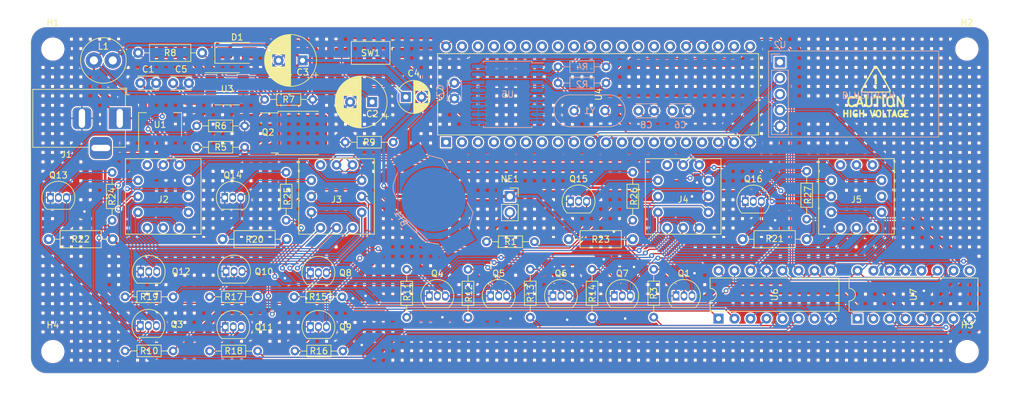
<source format=kicad_pcb>
(kicad_pcb (version 20221018) (generator pcbnew)
  (title_block (title "OpenNixie") (date "2023-06-28") (rev "v3.0") (company "Chengxun Lee"))
  (layers (0 "F.Cu" signal) (31 "B.Cu" signal) (34 "B.Paste" user) (35 "F.Paste" user) (36 "B.SilkS" user "B.Silkscreen") (37 "F.SilkS" user "F.Silkscreen") (38 "B.Mask" user) (39 "F.Mask" user) (44 "Edge.Cuts" user))
  (net 0 "")
  (net 1 "GND")
  (net 2 "/VBAT")
  (net 3 "/+5V")
  (net 4 "/SEG_P0")
  (net 5 "/SEG_P1")
  (net 6 "/SEG_P2")
  (net 7 "/SEG_P3")
  (net 8 "/SEG_P4")
  (net 9 "Net-(D1-A)")
  (net 10 "/SEG_P5")
  (net 11 "/SEG_P6")
  (net 12 "/SEG_P7")
  (net 13 "/SEG_P8")
  (net 14 "/SEG_P9")
  (net 16 "/BIT_P0")
  (net 18 "/BIT_P1")
  (net 20 "/BIT_P2")
  (net 22 "/BIT_P3")
  (net 23 "/SR_LATCH")
  (net 24 "/SR_DATA")
  (net 25 "/SR_CLOCK")
  (net 26 "Net-(NE1-Pad2)")
  (net 27 "Net-(Q2-G)")
  (net 28 "Net-(Q2-S)")
  (net 29 "Net-(Q3-B)")
  (net 30 "Net-(Q6-B)")
  (net 31 "Net-(Q7-B)")
  (net 32 "Net-(Q8-B)")
  (net 33 "Net-(Q9-B)")
  (net 34 "Net-(Q10-B)")
  (net 35 "Net-(Q11-B)")
  (net 36 "Net-(Q12-B)")
  (net 37 "Net-(Q13-B)")
  (net 38 "Net-(Q14-B)")
  (net 39 "Net-(Q15-B)")
  (net 40 "Net-(Q1-B)")
  (net 41 "Net-(Q1-C)")
  (net 42 "Net-(Q16-B)")
  (net 43 "/SYMBOL")
  (net 44 "Net-(U4-~{RESET})")
  (net 45 "Net-(Q4-B)")
  (net 46 "Net-(Q5-B)")
  (net 47 "/ENABLE")
  (net 48 "+170v")
  (net 49 "/SR_SEG_P0")
  (net 50 "/SR_SEG_P1")
  (net 51 "/SR_SEG_P2")
  (net 52 "/SR_SEG_P3")
  (net 53 "/SR_SEG_P4")
  (net 54 "/SR_SEG_P5")
  (net 55 "/SR_SEG_P6")
  (net 56 "/SR_SEG_P7")
  (net 57 "/SR_SEG_P8")
  (net 58 "/SR_SEG_P9")
  (net 59 "/SR_BIT_P0")
  (net 60 "/SR_BIT_P1")
  (net 61 "/SR_BIT_P2")
  (net 62 "/SR_BIT_P3")
  (net 63 "/SR_CASCADE")
  (net 64 "Net-(U3-REF)")
  (net 65 "/+12v")
  (net 66 "Net-(U4-X1)")
  (net 67 "Net-(U4-X2)")
  (net 68 "/I2C_SDA")
  (net 69 "/I2C_SCL")
  (net 70 "Net-(U3-FB)")
  (net 72 "/BLE_TXD")
  (net 73 "/BLE_RXD")
  (footprint "Capacitor_THT:C_Disc_D3.0mm_W2.0mm_P2.50mm" (layer "F.Cu") (at 97.47 78.2)
    (fp_text reference "C5")
    (fp_text value "0.1uF")
  )
  (footprint "Diode_SMD:D_SMA" (layer "F.Cu") (at 107.6 73.4)
    (fp_text reference "D1")
    (fp_text value "ES2J")
  )
  (footprint "Inductor_THT:L_Radial_D7.0mm_P3.00mm" (layer "F.Cu") (at 87.9 74.6 180)
    (fp_text reference "L1")
    (fp_text value "220uH")
  )
  (footprint "Package_TO_SOT_SMD:TO-252-2" (layer "F.Cu") (at 117.44 86.12)
    (fp_text reference "Q2")
    (fp_text value "TK8P65W")
  )
  (footprint "Resistor_THT:R_Axial_DIN0204_L3.6mm_D1.6mm_P7.62mm_Horizontal" (layer "F.Cu") (at 101.2 88.4)
    (fp_text reference "R5")
    (fp_text value "10M")
  )
  (footprint "Resistor_THT:R_Axial_DIN0204_L3.6mm_D1.6mm_P7.62mm_Horizontal" (layer "F.Cu") (at 101.2 85)
    (fp_text reference "R6")
    (fp_text value "47k")
  )
  (footprint "Resistor_THT:R_Axial_DIN0204_L3.6mm_D1.6mm_P7.62mm_Horizontal" (layer "F.Cu") (at 111.99 80.8)
    (fp_text reference "R7")
    (fp_text value "68k")
  )
  (footprint "Resistor_THT:R_Axial_DIN0207_L6.3mm_D2.5mm_P10.16mm_Horizontal" (layer "F.Cu") (at 91.92 73.4)
    (fp_text reference "R8")
    (fp_text value "0.05")
  )
  (footprint "Package_SO:SO-8_3.9x4.9mm_P1.27mm" (layer "F.Cu") (at 106.025 79.105)
    (fp_text reference "U3")
    (fp_text value "MAX1771CSA")
  )
  (footprint "Package_DIP:DIP-16_W7.62mm" (layer "F.Cu") (at 184.01 115.62 90)
    (fp_text reference "U6")
    (fp_text value "74HC595")
  )
  (footprint "Resistor_THT:R_Axial_DIN0204_L3.6mm_D1.6mm_P7.62mm_Horizontal" (layer "F.Cu") (at 144.26 115.42 90)
    (fp_text reference "R12")
    (fp_text value "47k")
  )
  (footprint "Package_TO_SOT_THT:TO-92_Inline" (layer "F.Cu") (at 119.255 108.330153)
    (fp_text reference "Q8")
    (fp_text value "MPSA42")
  )
  (footprint "Package_TO_SOT_THT:TO-92_Inline" (layer "F.Cu") (at 119.26 116.915153)
    (fp_text reference "Q9")
    (fp_text value "MPSA42")
  )
  (footprint "Resistor_THT:R_Axial_DIN0207_L6.3mm_D2.5mm_P10.16mm_Horizontal" (layer "F.Cu") (at 115.48 103 180)
    (fp_text reference "R20")
    (fp_text value "20k")
  )
  (footprint "Resistor_THT:R_Axial_DIN0204_L3.6mm_D1.6mm_P7.62mm_Horizontal" (layer "F.Cu") (at 198 92.2 -90)
    (fp_text reference "R27")
    (fp_text value "47k")
  )
  (footprint "Nixie_Clock:Icon_Risk" (layer "F.Cu") (at 208.97 77.63)
    (fp_text reference "G***" hide)
    (fp_text value "Icon_Risk" hide)
  )
  (footprint "Package_TO_SOT_THT:TO-92_Inline" (layer "F.Cu") (at 105.66 96.4)
    (fp_text reference "Q14")
    (fp_text value "MPSA42")
  )
  (footprint "Resistor_THT:R_Axial_DIN0204_L3.6mm_D1.6mm_P7.62mm_Horizontal" (layer "F.Cu") (at 163.94 115.41 90)
    (fp_text reference "R14")
    (fp_text value "47k")
  )
  (footprint "Package_TO_SOT_THT:TO-92_Inline" (layer "F.Cu") (at 188.26 97)
    (fp_text reference "Q16")
    (fp_text value "MPSA42")
  )
  (footprint "Package_TO_SOT_THT:TO-92_Inline" (layer "F.Cu") (at 147.86 112)
    (fp_text reference "Q5")
    (fp_text value "MPSA42")
  )
  (footprint "Resistor_THT:R_Axial_DIN0204_L3.6mm_D1.6mm_P7.62mm_Horizontal" (layer "F.Cu") (at 132.4 87.6 180)
    (fp_text reference "R9")
    (fp_text value "10k")
  )
  (footprint "Capacitor_THT:CP_Radial_D8.0mm_P3.50mm" (layer "F.Cu") (at 129.052651 81.2 180)
    (fp_text reference "C2")
    (fp_text value "470uF")
  )
  (footprint "MountingHole:MountingHole_3.2mm_M3" (layer "F.Cu") (at 78.3844 72.7964)
    (fp_text reference "H1")
    (fp_text value "MountingHole" hide)
  )
  (footprint "Capacitor_THT:C_Disc_D3.0mm_W2.0mm_P2.50mm" (layer "F.Cu") (at 92.27 78.2)
    (fp_text reference "C1")
    (fp_text value "0.1uF")
  )
  (footprint "Resistor_THT:R_Axial_DIN0204_L3.6mm_D1.6mm_P7.62mm_Horizontal" (layer "F.Cu") (at 154.81 103.4 180)
    (fp_text reference "R1")
    (fp_text value "1M")
  )
  (footprint "Nixie_Clock:Nixie_Conn_12P" (layer "F.Cu") (at 178.4 96.2)
    (fp_text reference "J4")
    (fp_text value "Nixie_Conn_12P")
  )
  (footprint "Resistor_THT:R_Axial_DIN0204_L3.6mm_D1.6mm_P7.62mm_Horizontal" (layer "F.Cu") (at 134.53 115.41 90)
    (fp_text reference "R11")
    (fp_text value "47k")
  )
  (footprint "Resistor_THT:R_Axial_DIN0204_L3.6mm_D1.6mm_P7.62mm_Horizontal" (layer "F.Cu") (at 124.285 112.155153 180)
    (fp_text reference "R15")
    (fp_text value "47k")
  )
  (footprint "MountingHole:MountingHole_3.2mm_M3" (layer "F.Cu") (at 223.4692 120.8532)
    (fp_text reference "H3")
    (fp_text value "MountingHole" hide)
  )
  (footprint "Package_DIP:DIP-16_W7.62mm" (layer "F.Cu") (at 206.062 115.62 90)
    (fp_text reference "U7")
    (fp_text value "74HC595")
  )
  (footprint "Package_TO_SOT_THT:TO-92_Inline" (layer "F.Cu") (at 160.53 96.99)
    (fp_text reference "Q15")
    (fp_text value "MPSA42")
  )
  (footprint "Nixie_Clock:Nixie_Conn_12P" (layer "F.Cu") (at 205.9 96.2)
    (fp_text reference "J5")
    (fp_text value "Nixie_Conn_12P")
  )
  (footprint "Nixie_Clock:Nixie_Conn_12P" (layer "F.Cu") (at 123.4 96.2)
    (fp_text reference "J3")
    (fp_text value "Nixie_Conn_12P")
  )
  (footprint "Connector_PinSocket_2.54mm:PinSocket_1x02_P2.54mm_Vertical" (layer "F.Cu") (at 150.9 96.2)
    (fp_text reference "NE1")
    (fp_text value "Lamp_Neon")
  )
  (footprint "Nixie_Clock:Nixie_Conn_12P" (layer "F.Cu") (at 95.9 96.2)
    (fp_text reference "J2")
    (fp_text value "Nixie_Conn_12P")
  )
  (footprint "Package_TO_SOT_THT:TO-92_Inline" (layer "F.Cu") (at 105.74 116.935943)
    (fp_text reference "Q11")
    (fp_text value "MPSA42")
  )
  (footprint "Package_TO_SOT_SMD:SOT-223-3_TabPin2" (layer "F.Cu") (at 95.4 84.8 90)
    (fp_text reference "U1")
    (fp_text value "AMS1117")
  )
  (footprint "Resistor_THT:R_Axial_DIN0204_L3.6mm_D1.6mm_P7.62mm_Horizontal" (layer "F.Cu") (at 87.8 92.4 -90)
    (fp_text reference "R24")
    (fp_text value "47k")
  )
  (footprint "Resistor_THT:R_Axial_DIN0204_L3.6mm_D1.6mm_P7.62mm_Horizontal" (layer "F.Cu") (at 97.47 112.155153 180)
    (fp_text reference "R19")
    (fp_text value "47k")
  )
  (footprint "MountingHole:MountingHole_3.2mm_M3" (layer "F.Cu") (at 223.4184 72.7964)
    (fp_text reference "H2")
    (fp_text value "MountingHole" hide)
  )
  (footprint "Package_TO_SOT_THT:TO-92_Inline" (layer "F.Cu") (at 167.47 112.01)
    (fp_text reference "Q7")
    (fp_text value "MPSA42")
  )
  (footprint "Package_TO_SOT_THT:TO-92_Inline" (layer "F.Cu") (at 92.33 108.155153)
    (fp_text reference "Q12")
    (fp_text value "MPSA42")
  )
  (footprint "Resistor_THT:R_Axial_DIN0207_L6.3mm_D2.5mm_P10.16mm_Horizontal" (layer "F.Cu") (at 87.88 103 180)
    (fp_text reference "R22")
    (fp_text value "20k")
  )
  (footprint "Package_TO_SOT_THT:TO-92_Inline" (layer "F.Cu") (at 92.27 116.745153)
    (fp_text reference "Q3")
    (fp_text value "MPSA42")
  )
  (footprint "Capacitor_THT:CP_Radial_D5.0mm_P2.50mm" (layer "F.Cu") (at 134.394888 80.4)
    (fp_text reference "C4")
    (fp_text value "10uF")
  )
  (footprint "Resistor_THT:R_Axial_DIN0204_L3.6mm_D1.6mm_P7.62mm_Horizontal" (layer "F.Cu") (at 173.73 115.4 90)
    (fp_text reference "R3")
    (fp_text value "47k")
  )
  (footprint "Resistor_THT:R_Axial_DIN0207_L6.3mm_D2.5mm_P10.16mm_Horizontal" (layer "F.Cu") (at 198 103 180)
    (fp_text reference "R21")
    (fp_text value "20k")
  )
  (footprint "Connector_BarrelJack:BarrelJack_Horizontal" (layer "F.Cu") (at 89 83.8)
    (fp_text reference "J1")
    (fp_text value "Jack-DC")
  )
  (footprint "Package_TO_SOT_THT:TO-92_Inline" (layer "F.Cu") (at 138.13 112.01)
    (fp_text reference "Q4")
    (fp_text value "MPSA42")
  )
  (footprint "Resistor_THT:R_Axial_DIN0204_L3.6mm_D1.6mm_P7.62mm_Horizontal" (layer "F.Cu") (at 110.88 120.765153 180)
    (fp_text reference "R18")
    (fp_text value "47k")
  )
  (footprint "Package_DIP:DIP-40_W15.24mm" (layer "F.Cu") (at 140.77 87.6 90)
    (fp_text reference "U4")
    (fp_text value "AT89C52")
  )
  (footprint "Resistor_THT:R_Axial_DIN0204_L3.6mm_D1.6mm_P7.62mm_Horizontal" (layer "F.Cu") (at 110.87 112.155153 180)
    (fp_text reference "R17")
    (fp_text value "47k")
  )
  (footprint "MountingHole:MountingHole_3.2mm_M3" (layer "F.Cu") (at 78.3844 120.8532)
    (fp_text reference "H4")
    (fp_text value "MountingHole" hide)
  )
  (footprint "Resistor_THT:R_Axial_DIN0207_L6.3mm_D2.5mm_P10.16mm_Horizontal" (layer "F.Cu") (at 170.4 103 180)
    (fp_text reference "R23")
    (fp_text value "20k")
  )
  (footprint "Package_TO_SOT_THT:TO-92_Inline" (layer "F.Cu") (at 105.87 108.125943)
    (fp_text reference "Q10")
    (fp_text value "MPSA42")
  )
  (footprint "Resistor_THT:R_Axial_DIN0204_L3.6mm_D1.6mm_P7.62mm_Horizontal" (layer "F.Cu") (at 115.4 92.38 -90)
    (fp_text reference "R25")
    (fp_text value "47k")
  )
  (footprint "Resistor_THT:R_Axial_DIN0204_L3.6mm_D1.6mm_P7.62mm_Horizontal" (layer "F.Cu") (at 170.4 92.38 -90)
    (fp_text reference "R26")
    (fp_text value "47k")
  )
  (footprint "Package_TO_SOT_THT:TO-92_Inline" (layer "F.Cu") (at 177.26 112)
    (fp_text reference "Q1")
    (fp_text value "MPSA42")
  )
  (footprint "Package_TO_SOT_THT:TO-92_Inline" (layer "F.Cu") (at 78 96.4)
    (fp_text reference "Q13")
    (fp_text value "MPSA42")
  )
  (footprint "Package_TO_SOT_THT:TO-92_Inline" (layer "F.Cu") (at 157.74 112.01)
    (fp_text reference "Q6")
    (fp_text value "MPSA42")
  )
  (footprint "Resistor_THT:R_Axial_DIN0204_L3.6mm_D1.6mm_P7.62mm_Horizontal" (layer "F.Cu") (at 97.47 120.745153 180)
    (fp_text reference "R10")
    (fp_text value "47k")
  )
  (footprint "Resistor_THT:R_Axial_DIN0204_L3.6mm_D1.6mm_P7.62mm_Horizontal" (layer "F.Cu") (at 154.14 115.41 90)
    (fp_text reference "R13")
    (fp_text value "47k")
  )
  (footprint "Button_Switch_SMD:SW_SPST_FSMSM" (layer "F.Cu") (at 128.81 73.4)
    (fp_text reference "SW1")
    (fp_text value "SW_Push")
  )
  (footprint "Resistor_THT:R_Axial_DIN0204_L3.6mm_D1.6mm_P7.62mm_Horizontal" (layer "F.Cu") (at 124.41 120.765153 180)
    (fp_text reference "R16")
    (fp_text value "47k")
  )
  (footprint "Capacitor_THT:CP_Radial_D8.0mm_P3.80mm" (layer "F.Cu") (at 118.002651 74.6 180)
    (fp_text reference "C3")
    (fp_text value "10uF")
  )
  (footprint "Resistor_THT:R_Axial_DIN0204_L3.6mm_D1.6mm_P7.62mm_Horizontal" (layer "B.Cu") (at 166.16 78.2 180)
    (fp_text reference "R2")
    (fp_text value "10k")
  )
  (footprint "Connector_PinSocket_2.54mm:PinSocket_1x05_P2.54mm_Vertical" (layer "B.Cu") (at 193.75 74.88 180)
    (fp_text reference "U2")
    (fp_text value "JDY-34")
  )
  (footprint "Battery:BatteryHolder_LINX_BAT-HLD-012-SMT" (layer "B.Cu") (at 138.8 96.7 120)
    (fp_text reference "BT1")
    (fp_text value "3V")
  )
  (footprint "Package_SO:SOIC-16W_7.5x10.3mm_P1.27mm" (layer "B.Cu") (at 150.55 80 180)
    (fp_text reference "U5")
    (fp_text value "DS3231M")
  )
  (footprint "Capacitor_THT:C_Disc_D3.0mm_W2.0mm_P2.50mm" (layer "B.Cu") (at 171.3 82.6)
    (fp_text reference "C8")
    (fp_text value "20pF")
  )
  (footprint "Crystal:Crystal_HC18-U_Vertical" (layer "B.Cu") (at 161.1 82.6)
    (fp_text reference "Y1")
    (fp_text value "11.0592MHz")
  )
  (footprint "Capacitor_THT:C_Disc_D3.0mm_W2.0mm_P2.50mm" (layer "B.Cu") (at 142.1 78.15 -90)
    (fp_text reference "C7")
    (fp_text value "0.1uF")
  )
  (footprint "Capacitor_THT:C_Disc_D3.0mm_W2.0mm_P2.50mm" (layer "B.Cu") (at 176.7 82.6)
    (fp_text reference "C6")
    (fp_text value "20pF")
  )
  (footprint "Resistor_THT:R_Axial_DIN0204_L3.6mm_D1.6mm_P7.62mm_Horizontal" (layer "B.Cu") (at 166.16 75.6 180)
    (fp_text reference "R4")
    (fp_text value "10k")
  )
  (gr_rect locked (start 191.95 73.1) (end 218.95 86.775) (stroke (width 0.12)) (fill none) (layer "B.SilkS"))
  (gr_line locked (start 77.4 69.3) (end 224.4 69.3) (stroke (width 0.05)) (layer "Edge.Cuts"))
  (gr_line locked (start 226.9 121.8) (end 226.9 71.8) (stroke (width 0.05)) (layer "Edge.Cuts"))
  (gr_line locked (start 74.9 121.8) (end 74.9 71.8) (stroke (width 0.05)) (layer "Edge.Cuts"))
  (gr_arc locked (start 77.4 124.3) (mid 75.632233 123.567767) (end 74.9 121.8) (stroke (width 0.05)) (layer "Edge.Cuts"))
  (gr_line locked (start 77.4 124.3) (end 224.4 124.3) (stroke (width 0.05)) (layer "Edge.Cuts"))
  (gr_arc locked (start 74.9 71.8) (mid 75.632233 70.032233) (end 77.4 69.3) (stroke (width 0.05)) (layer "Edge.Cuts"))
  (gr_arc locked (start 224.4 69.3) (mid 226.167767 70.032233) (end 226.9 71.8) (stroke (width 0.05)) (layer "Edge.Cuts"))
  (gr_arc locked (start 226.9 121.8) (mid 226.167767 123.567767) (end 224.4 124.3) (stroke (width 0.05)) (layer "Edge.Cuts"))
  (gr_text locked "BLUETOOTH" (at 203.5 80.75) (layer "B.SilkS") (effects (font (size 1 1)) (justify left bottom)))
  (gr_text locked "CAUTION" (at 208.97 82.08) (layer "F.SilkS") (effects (font (size 1.5 1.5) (thickness 0.3) bold) (justify bottom)))
  (gr_text locked "HIGH VOLTAGE" (at 208.97 83.68) (layer "F.SilkS") (effects (font (size 1 1) (thickness 0.25) bold) (justify bottom)))
  (via locked (at 170.6 107.4) (size 0.8) (drill 0.4) (layers "F.Cu" "B.Cu") (net 1))
  (via locked (at 140.2 115.4) (size 0.8) (drill 0.4) (layers "F.Cu" "B.Cu") (net 1))
  (via locked (at 151 115.6) (size 0.8) (drill 0.4) (layers "F.Cu" "B.Cu") (net 1))
  (via locked (at 128 112) (size 0.8) (drill 0.4) (layers "F.Cu" "B.Cu") (net 1))
  (via locked (at 179.8 96.2) (size 0.8) (drill 0.4) (layers "F.Cu" "B.Cu") (net 1))
  (via locked (at 180.6 94) (size 0.8) (drill 0.4) (layers "F.Cu" "B.Cu") (net 1))
  (via locked (at 216.6 111.2) (size 0.8) (drill 0.4) (layers "F.Cu" "B.Cu") (net 1))
  (via locked (at 200.8 101) (size 0.8) (drill 0.4) (layers "F.Cu" "B.Cu") (net 1))
  (via locked (at 180.2 108.4) (size 0.8) (drill 0.4) (layers "F.Cu" "B.Cu") (net 1))
  (via locked (at 126 112.4) (size 0.8) (drill 0.4) (layers "F.Cu" "B.Cu") (net 1))
  (via locked (at 193 100) (size 0.8) (drill 0.4) (layers "F.Cu" "B.Cu") (net 1))
  (via locked (at 160 115.8) (size 0.8) (drill 0.4) (layers "F.Cu" "B.Cu") (net 1))
  (via locked (at 169.2 115.6) (size 0.8) (drill 0.4) (layers "F.Cu" "B.Cu") (net 1))
  (via locked (at 165.8 106.2) (size 0.8) (drill 0.4) (layers "F.Cu" "B.Cu") (net 1))
  (via locked (at 167.4 101.8) (size 0.8) (drill 0.4) (layers "F.Cu" "B.Cu") (net 1))
  (via locked (at 83.4 98.6) (size 0.8) (drill 0.4) (layers "F.Cu" "B.Cu") (net 1))
  (via locked (at 127.4 119.8) (size 0.8) (drill 0.4) (layers "F.Cu" "B.Cu") (net 1))
  (via locked (at 118.6 112.4) (size 0.8) (drill 0.4) (layers "F.Cu" "B.Cu") (net 1))
  (via locked (at 115.2 109.2) (size 0.8) (drill 0.4) (layers "F.Cu" "B.Cu") (net 1))
  (segment locked (start 133.13327 98.670024) (end 137.745039 103.281793) (width 0.2) (layer "B.Cu") (net 2))
  (segment locked (start 137.745039 103.281793) (end 142.6 103.281793) (width 0.2) (layer "B.Cu") (net 2))
  (segment locked (start 145.845 78.15) (end 142.1 78.15) (width 0.2) (layer "B.Cu") (net 2))
  (segment locked (start 135 90.118207) (end 135 85.25) (width 0.2) (layer "B.Cu") (net 2))
  (segment locked (start 135 90.118207) (end 133.13327 91.984937) (width 0.2) (layer "B.Cu") (net 2))
  (segment locked (start 133.13327 91.984937) (end 133.13327 98.670024) (width 0.2) (layer "B.Cu") (net 2))
  (segment locked (start 135 85.25) (end 142.1 78.15) (width 0.2) (layer "B.Cu") (net 2))
  (segment locked (start 161.04 80.7) (end 158.54 78.2) (width 0.2) (layer "F.Cu") (net 3))
  (segment locked (start 206.062 108) (end 204.962 109.1) (width 0.2) (layer "F.Cu") (net 3))
  (segment locked (start 139.970001 71.560001) (end 140.77 72.36) (width 0.2) (layer "F.Cu") (net 3))
  (segment locked (start 221.302 108) (end 220.202 109.1) (width 0.2) (layer "F.Cu") (net 3))
  (segment locked (start 124.22 73.4) (end 124.22 76.47) (width 0.2) (layer "F.Cu") (net 3))
  (segment locked (start 132.744888 78.75) (end 134.394888 80.4) (width 0.2) (layer "F.Cu") (net 3))
  (segment locked (start 162.53 71.26) (end 163.63 72.36) (width 0.2) (layer "F.Cu") (net 3))
  (segment locked (start 220.202 109.1) (end 207.162 109.1) (width 0.2) (layer "F.Cu") (net 3))
  (segment locked (start 207.162 109.1) (end 206.062 108) (width 0.2) (layer "F.Cu") (net 3))
  (segment locked (start 191.95 80.7) (end 161.04 80.7) (width 0.2) (layer "F.Cu") (net 3))
  (segment locked (start 124.22 73.4) (end 126.059999 71.560001) (width 0.2) (layer "F.Cu") (net 3))
  (segment locked (start 126.059999 71.560001) (end 139.970001 71.560001) (width 0.2) (layer "F.Cu") (net 3))
  (segment locked (start 184.01 108) (end 185.11 109.1) (width 0.2) (layer "F.Cu") (net 3))
  (segment locked (start 95.4 87.4) (end 93.5 85.5) (width 0.2) (layer "F.Cu") (net 3))
  (segment locked (start 126.5 78.75) (end 132.744888 78.75) (width 0.2) (layer "F.Cu") (net 3))
  (segment locked (start 124.22 76.47) (end 126.5 78.75) (width 0.2) (layer "F.Cu") (net 3))
  (segment locked (start 160.39 75.6) (end 163.63 72.36) (width 0.2) (layer "F.Cu") (net 3))
  (segment locked (start 193.75 82.5) (end 191.95 80.7) (width 0.2) (layer "F.Cu") (net 3))
  (segment locked (start 185.11 109.1) (end 198.15 109.1) (width 0.2) (layer "F.Cu") (net 3))
  (segment locked (start 158.54 75.6) (end 158.54 78.2) (width 0.2) (layer "F.Cu") (net 3))
  (segment locked (start 95.4 81.33) (end 92.27 78.2) (width 0.3) (layer "F.Cu") (net 3))
  (segment locked (start 198.15 109.1) (end 199.25 108) (width 0.2) (layer "F.Cu") (net 3))
  (segment locked (start 200.35 109.1) (end 199.25 108) (width 0.2) (layer "F.Cu") (net 3))
  (segment locked (start 141.87 71.26) (end 162.53 71.26) (width 0.2) (layer "F.Cu") (net 3))
  (segment locked (start 158.54 75.6) (end 160.39 75.6) (width 0.2) (layer "F.Cu") (net 3))
  (segment locked (start 204.962 109.1) (end 200.35 109.1) (width 0.2) (layer "F.Cu") (net 3))
  (segment locked (start 95.75 83.5) (end 95.75 82) (width 0.2) (layer "F.Cu") (net 3))
  (segment locked (start 140.77 72.36) (end 141.87 71.26) (width 0.2) (layer "F.Cu") (net 3))
  (via locked (at 93.5 85.5) (size 0.8) (drill 0.4) (layers "F.Cu" "B.Cu") (net 3))
  (via locked (at 95.75 83.5) (size 0.8) (drill 0.4) (layers "F.Cu" "B.Cu") (net 3))
  (segment locked (start 95.75 83.5) (end 94.5 83.5) (width 0.2) (layer "B.Cu") (net 3))
  (segment locked (start 211.861999 92.546313) (end 201.815686 82.5) (width 0.2) (layer "B.Cu") (net 3))
  (segment locked (start 157.315 76.825) (end 158.54 75.6) (width 0.2) (layer "B.Cu") (net 3))
  (segment locked (start 131.094888 77.1) (end 134.394888 80.4) (width 0.2) (layer "B.Cu") (net 3))
  (segment locked (start 92.27 78.2) (end 93.37 77.1) (width 0.2) (layer "B.Cu") (net 3))
  (segment locked (start 206.697057 108) (end 211.861999 102.835058) (width 0.2) (layer "B.Cu") (net 3))
  (segment locked (start 93.5 84.5) (end 93.5 85.5) (width 0.2) (layer "B.Cu") (net 3))
  (segment locked (start 201.815686 82.5) (end 193.75 82.5) (width 0.2) (layer "B.Cu") (net 3))
  (segment locked (start 93.37 77.1) (end 131.094888 77.1) (width 0.2) (layer "B.Cu") (net 3))
  (segment locked (start 211.861999 102.835058) (end 211.861999 92.546313) (width 0.2) (layer "B.Cu") (net 3))
  (segment locked (start 155.2 76.825) (end 157.315 76.825) (width 0.2) (layer "B.Cu") (net 3))
  (segment locked (start 94.5 83.5) (end 93.5 84.5) (width 0.2) (layer "B.Cu") (net 3))
  (segment locked (start 193.9 95.3) (end 190.2 91.6) (width 0.2) (layer "F.Cu") (net 4))
  (segment locked (start 90.8 96.2) (end 91.9 96.2) (width 0.2) (layer "F.Cu") (net 4))
  (segment locked (start 175.892419 93.3) (end 179.5 93.3) (width 0.2) (layer "F.Cu") (net 4))
  (segment locked (start 120.478 95.122) (end 127.439895 95.122) (width 0.2) (layer "F.Cu") (net 4))
  (segment locked (start 127.439895 95.122) (end 131.623895 90.938) (width 0.2) (layer "F.Cu") (net 4))
  (segment locked (start 119.4 96.2) (end 120.478 95.122) (width 0.2) (layer "F.Cu") (net 4))
  (segment locked (start 131.623895 90.938) (end 173.530419 90.938) (width 0.2) (layer "F.Cu") (net 4))
  (segment locked (start 88.8 98.2) (end 90.8 96.2) (width 0.2) (layer "F.Cu") (net 4))
  (segment locked (start 190.2 91.6) (end 183.3 91.6) (width 0.2) (layer "F.Cu") (net 4))
  (segment locked (start 173.530419 90.938) (end 175.892419 93.3) (width 0.2) (layer "F.Cu") (net 4))
  (via locked (at 183.3 91.6) (size 0.8) (drill 0.4) (layers "F.Cu" "B.Cu") (net 4))
  (via locked (at 88.8 98.2) (size 0.8) (drill 0.4) (layers "F.Cu" "B.Cu") (net 4))
  (via locked (at 193.9 95.3) (size 0.8) (drill 0.4) (layers "F.Cu" "B.Cu") (net 4))
  (via locked (at 179.5 93.3) (size 0.8) (drill 0.4) (layers "F.Cu" "B.Cu") (net 4))
  (segment locked (start 127.661895 97.5) (end 120.7 97.5) (width 0.2) (layer "B.Cu") (net 4))
  (segment locked (start 120.7 97.5) (end 119.4 96.2) (width 0.2) (layer "B.Cu") (net 4))
  (segment locked (start 123.781372 106.1) (end 128.462 101.419372) (width 0.2) (layer "B.Cu") (net 4))
  (segment locked (start 194.8 96.2) (end 201.9 96.2) (width 0.2) (layer "B.Cu") (net 4))
  (segment locked (start 182.4 91.6) (end 183.3 91.6) (width 0.2) (layer "B.Cu") (net 4))
  (segment locked (start 89.15 98.55) (end 88.8 98.2) (width 0.2) (layer "B.Cu") (net 4))
  (segment locked (start 177.018629 106.15) (end 207.415686 106.15) (width 0.2) (layer "B.Cu") (net 4))
  (segment locked (start 90.35 102.112741) (end 94.33726 106.1) (width 0.2) (layer "B.Cu") (net 4))
  (segment locked (start 90.870101 104.329899) (end 89.15 102.609797) (width 0.2) (layer "B.Cu") (net 4))
  (segment locked (start 172.838001 101.969372) (end 177.018629 106.15) (width 0.2) (layer "B.Cu") (net 4))
  (segment locked (start 210.428 97.678) (end 203.378 97.678) (width 0.2) (layer "B.Cu") (net 4))
  (segment locked (start 91.9 96.2) (end 90.35 97.75) (width 0.2) (layer "B.Cu") (net 4))
  (segment locked (start 193.9 95.3) (end 194.8 96.2) (width 0.2) (layer "B.Cu") (net 4))
  (segment locked (start 207.415686 106.15) (end 211.061999 102.503686) (width 0.2) (layer "B.Cu") (net 4))
  (segment locked (start 211.061999 102.503686) (end 211.061999 98.311999) (width 0.2) (layer "B.Cu") (net 4))
  (segment locked (start 94.33726 106.1) (end 123.781372 106.1) (width 0.2) (layer "B.Cu") (net 4))
  (segment locked (start 181.402 92.598) (end 182.4 91.6) (width 0.2) (layer "B.Cu") (net 4))
  (segment locked (start 211.061999 98.311999) (end 210.428 97.678) (width 0.2) (layer "B.Cu") (net 4))
  (segment locked (start 128.462 101.419372) (end 128.462 98.300105) (width 0.2) (layer "B.Cu") (net 4))
  (segment locked (start 90.35 97.75) (end 90.35 102.112741) (width 0.2) (layer "B.Cu") (net 4))
  (segment locked (start 89.15 102.609797) (end 89.15 98.55) (width 0.2) (layer "B.Cu") (net 4))
  (segment locked (start 174.4 96.2) (end 172.838001 97.761999) (width 0.2) (layer "B.Cu") (net 4))
  (segment locked (start 172.838001 97.761999) (end 172.838001 101.969372) (width 0.2) (layer "B.Cu") (net 4))
  (segment locked (start 90.870101 112.580254) (end 90.870101 104.329899) (width 0.2) (layer "B.Cu") (net 4))
  (segment locked (start 94.81 116.520153) (end 90.870101 112.580254) (width 0.2) (layer "B.Cu") (net 4))
  (segment locked (start 179.5 93.3) (end 180.202 92.598) (width 0.2) (layer "B.Cu") (net 4))
  (segment locked (start 180.202 92.598) (end 181.402 92.598) (width 0.2) (layer "B.Cu") (net 4))
  (segment locked (start 203.378 97.678) (end 201.9 96.2) (width 0.2) (layer "B.Cu") (net 4))
  (segment locked (start 128.462 98.300105) (end 127.661895 97.5) (width 0.2) (layer "B.Cu") (net 4))
  (segment locked (start 174.4 101.8) (end 171.4 104.8) (width 0.2) (layer "F.Cu") (net 5))
  (segment locked (start 174.4 98.74) (end 174.4 101.8) (width 0.2) (layer "F.Cu") (net 5))
  (segment locked (start 113.6 108.9) (end 113.6 107.567007) (width 0.2) (layer "F.Cu") (net 5))
  (segment locked (start 119.4 101.767007) (end 119.4 98.74) (width 0.2) (layer "F.Cu") (net 5))
  (segment locked (start 113.6 107.567007) (end 119.4 101.767007) (width 0.2) (layer "F.Cu") (net 5))
  (via locked (at 113.6 108.9) (size 0.8) (drill 0.4) (layers "F.Cu" "B.Cu") (net 5))
  (via locked (at 171.4 104.8) (size 0.8) (drill 0.4) (layers "F.Cu" "B.Cu") (net 5))
  (segment locked (start 205.841895 105.3) (end 209.502 101.639895) (width 0.2) (layer "B.Cu") (net 5))
  (segment locked (start 177.3 105.3) (end 205.841895 105.3) (width 0.2) (layer "B.Cu") (net 5))
  (segment locked (start 91.498 102.129372) (end 94.66863 105.3) (width 0.2) (layer "B.Cu") (net 5))
  (segment locked (start 127.002 100.752) (end 124.99 98.74) (width 0.2) (layer "B.Cu") (net 5))
  (segment locked (start 127.002 101.748) (end 127.002 100.752) (width 0.2) (layer "B.Cu") (net 5))
  (segment locked (start 145.975 112.01) (end 140.67 112.01) (width 0.2) (layer "B.Cu") (net 5))
  (segment locked (start 171.4 104.8) (end 153.185 104.8) (width 0.2) (layer "B.Cu") (net 5))
  (segment locked (start 209.502 101.639895) (end 209.502 100.760105) (width 0.2) (layer "B.Cu") (net 5))
  (segment locked (start 91.498 99.142) (end 91.498 102.129372) (width 0.2) (layer "B.Cu") (net 5))
  (segment locked (start 153.185 104.8) (end 145.975 112.01) (width 0.2) (layer "B.Cu") (net 5))
  (segment locked (start 173.638001 99.501999) (end 173.638001 101.638001) (width 0.2) (layer "B.Cu") (net 5))
  (segment locked (start 114.880153 110.180153) (end 139.065153 110.180153) (width 0.2) (layer "B.Cu") (net 5))
  (segment locked (start 209.502 100.760105) (end 207.481895 98.74) (width 0.2) (layer "B.Cu") (net 5))
  (segment locked (start 173.638001 101.638001) (end 177.3 105.3) (width 0.2) (layer "B.Cu") (net 5))
  (segment locked (start 174.4 98.74) (end 173.638001 99.501999) (width 0.2) (layer "B.Cu") (net 5))
  (segment locked (start 123.45 105.3) (end 127.002 101.748) (width 0.2) (layer "B.Cu") (net 5))
  (segment locked (start 124.99 98.74) (end 119.4 98.74) (width 0.2) (layer "B.Cu") (net 5))
  (segment locked (start 113.6 108.9) (end 114.880153 110.180153) (width 0.2) (layer "B.Cu") (net 5))
  (segment locked (start 139.065153 110.180153) (end 140.67 111.785) (width 0.2) (layer "B.Cu") (net 5))
  (segment locked (start 207.481895 98.74) (end 201.9 98.74) (width 0.2) (layer "B.Cu") (net 5))
  (segment locked (start 94.66863 105.3) (end 123.45 105.3) (width 0.2) (layer "B.Cu") (net 5))
  (segment locked (start 173 104.6) (end 174.2 104.6) (width 0.2) (layer "F.Cu") (net 6))
  (segment locked (start 114.8 107.26) (end 120.86 101.2) (width 0.2) (layer "F.Cu") (net 6))
  (segment locked (start 150.4 110.5) (end 150.4 112) (width 0.2) (layer "F.Cu") (net 6))
  (segment locked (start 175.86 102.94) (end 175.86 101.2) (width 0.2) (layer "F.Cu") (net 6))
  (segment locked (start 174.2 104.6) (end 175.86 102.94) (width 0.2) (layer "F.Cu") (net 6))
  (segment locked (start 114.8 107.6) (end 114.8 107.26) (width 0.2) (layer "F.Cu") (net 6))
  (segment locked (start 172.4 105.2) (end 173 104.6) (width 0.2) (layer "F.Cu") (net 6))
  (segment locked (start 147.4 107.5) (end 150.4 110.5) (width 0.2) (layer "F.Cu") (net 6))
  (via locked (at 147.4 107.5) (size 0.8) (drill 0.4) (layers "F.Cu" "B.Cu") (net 6))
  (via locked (at 114.8 107.6) (size 0.8) (drill 0.4) (layers "F.Cu" "B.Cu") (net 6))
  (via locked (at 172.4 105.2) (size 0.8) (drill 0.4) (layers "F.Cu" "B.Cu") (net 6))
  (segment locked (start 116.980153 109.780153) (end 139.951219 109.780153) (width 0.2) (layer "B.Cu") (net 6))
  (segment locked (start 93.36 101.2) (end 93.36 102.294314) (width 0.2) (layer "B.Cu") (net 6))
  (segment locked (start 172.1 105.5) (end 157.9 105.5) (width 0.2) (layer "B.Cu") (net 6))
  (segment locked (start 175.86 102.136209) (end 177.823791 104.1) (width 0.2) (layer "B.Cu") (net 6))
  (segment locked (start 142.931372 106.8) (end 146.7 106.8) (width 0.2) (layer "B.Cu") (net 6))
  (segment locked (start 139.951219 109.780153) (end 142.931372 106.8) (width 0.2) (layer "B.Cu") (net 6))
  (segment locked (start 146.7 106.8) (end 147.4 107.5) (width 0.2) (layer "B.Cu") (net 6))
  (segment locked (start 95.165686 104.1) (end 117.96 104.1) (width 0.2) (layer "B.Cu") (net 6))
  (segment locked (start 151.4 112) (end 150.4 112) (width 0.2) (layer "B.Cu") (net 6))
  (segment locked (start 172.4 105.2) (end 172.1 105.5) (width 0.2) (layer "B.Cu") (net 6))
  (segment locked (start 114.8 107.6) (end 116.980153 109.780153) (width 0.2) (layer "B.Cu") (net 6))
  (segment locked (start 177.823791 104.1) (end 200.46 104.1) (width 0.2) (layer "B.Cu") (net 6))
  (segment locked (start 117.96 104.1) (end 120.86 101.2) (width 0.2) (layer "B.Cu") (net 6))
  (segment locked (start 200.46 104.1) (end 203.36 101.2) (width 0.2) (layer "B.Cu") (net 6))
  (segment locked (start 175.86 101.2) (end 175.86 102.136209) (width 0.2) (layer "B.Cu") (net 6))
  (segment locked (start 157.9 105.5) (end 151.4 112) (width 0.2) (layer "B.Cu") (net 6))
  (segment locked (start 93.36 102.294314) (end 95.165686 104.1) (width 0.2) (layer "B.Cu") (net 6))
  (segment locked (start 173.7 105.3) (end 175.3 105.3) (width 0.2) (layer "F.Cu") (net 7))
  (segment locked (start 122.61005 101.2) (end 116.21005 107.6) (width 0.2) (layer "F.Cu") (net 7))
  (segment locked (start 175.3 105.3) (end 178.2 102.4) (width 0.2) (layer "F.Cu") (net 7))
  (segment locked (start 160.28 111.785) (end 155.195 106.7) (width 0.2) (layer "F.Cu") (net 7))
  (segment locked (start 116.21005 107.6) (end 116 107.6) (width 0.2) (layer "F.Cu") (net 7))
  (segment locked (start 123.4 101.2) (end 122.61005 101.2) (width 0.2) (layer "F.Cu") (net 7))
  (segment locked (start 173.4 105.6) (end 173.7 105.3) (width 0.2) (layer "F.Cu") (net 7))
  (segment locked (start 155.195 106.7) (end 148.4 106.7) (width 0.2) (layer "F.Cu") (net 7))
  (segment locked (start 178.2 102.4) (end 178.2 101.4) (width 0.2) (layer "F.Cu") (net 7))
  (via locked (at 173.4 105.6) (size 0.8) (drill 0.4) (layers "F.Cu" "B.Cu") (net 7))
  (via locked (at 148.4 106.7) (size 0.8) (drill 0.4) (layers "F.Cu" "B.Cu") (net 7))
  (via locked (at 116 107.6) (size 0.8) (drill 0.4) (layers "F.Cu" "B.Cu") (net 7))
  (segment locked (start 178.4 101.2) (end 177.338 100.138) (width 0.2) (layer "B.Cu") (net 7))
  (segment locked (start 173.1 105.9) (end 167.3 105.9) (width 0.2) (layer "B.Cu") (net 7))
  (segment locked (start 92.298 100.702) (end 92.298 101.798) (width 0.2) (layer "B.Cu") (net 7))
  (segment locked (start 139.785533 109.380153) (end 117.780153 109.380153) (width 0.2) (layer "B.Cu") (net 7))
  (segment locked (start 175.362 100.138) (end 174.75 100.75) (width 0.2) (layer "B.Cu") (net 7))
  (segment locked (start 92.298 101.798) (end 95 104.5) (width 0.2) (layer "B.Cu") (net 7))
  (segment locked (start 92.862 100.138) (end 92.298 100.702) (width 0.2) (layer "B.Cu") (net 7))
  (segment locked (start 148.1 106.4) (end 148.4 106.7) (width 0.2) (layer "B.Cu") (net 7))
  (segment locked (start 95 104.5) (end 120.1 104.5) (width 0.2) (layer "B.Cu") (net 7))
  (segment locked (start 177.658105 104.5) (end 202.6 104.5) (width 0.2) (layer "B.Cu") (net 7))
  (segment locked (start 177.338 100.138) (end 175.362 100.138) (width 0.2) (layer "B.Cu") (net 7))
  (segment locked (start 142.765687 106.4) (end 148.1 106.4) (width 0.2) (layer "B.Cu") (net 7))
  (segment locked (start 202.6 104.5) (end 205.9 101.2) (width 0.2) (layer "B.Cu") (net 7))
  (segment locked (start 94.838 100.138) (end 92.862 100.138) (width 0.2) (layer "B.Cu") (net 7))
  (segment locked (start 139.785533 109.380153) (end 142.765687 106.4) (width 0.2) (layer "B.Cu") (net 7))
  (segment locked (start 174.75 101.591895) (end 177.658105 104.5) (width 0.2) (layer "B.Cu") (net 7))
  (segment locked (start 174.75 100.75) (end 174.75 101.591895) (width 0.2) (layer "B.Cu") (net 7))
  (segment locked (start 95.9 101.2) (end 94.838 100.138) (width 0.2) (layer "B.Cu") (net 7))
  (segment locked (start 117.780153 109.380153) (end 116 107.6) (width 0.2) (layer "B.Cu") (net 7))
  (segment locked (start 161.19 112.01) (end 160.28 112.01) (width 0.2) (layer "B.Cu") (net 7))
  (segment locked (start 120.1 104.5) (end 123.4 101.2) (width 0.2) (layer "B.Cu") (net 7))
  (segment locked (start 167.3 105.9) (end 161.19 112.01) (width 0.2) (layer "B.Cu") (net 7))
  (segment locked (start 173.4 105.6) (end 173.1 105.9) (width 0.2) (layer "B.Cu") (net 7))
  (segment locked (start 122.538 102.262) (end 117.2 107.6) (width 0.2) (layer "F.Cu") (net 8))
  (segment locked (start 164.125 105.9) (end 170.01 111.785) (width 0.2) (layer "F.Cu") (net 8))
  (segment locked (start 180.94 101.2) (end 176.14 106) (width 0.2) (layer "F.Cu") (net 8))
  (segment locked (start 149.5 105.9) (end 164.125 105.9) (width 0.2) (layer "F.Cu") (net 8))
  (segment locked (start 125.94 101.2) (end 124.878 102.262) (width 0.2) (layer "F.Cu") (net 8))
  (segment locked (start 176.14 106) (end 174.4 106) (width 0.2) (layer "F.Cu") (net 8))
  (segment locked (start 124.878 102.262) (end 122.538 102.262) (width 0.2) (layer "F.Cu") (net 8))
  (via locked (at 174.4 106) (size 0.8) (drill 0.4) (layers "F.Cu" "B.Cu") (net 8))
  (via locked (at 149.5 105.9) (size 0.8) (drill 0.4) (layers "F.Cu" "B.Cu") (net 8))
  (via locked (at 117.2 107.6) (size 0.8) (drill 0.4) (layers "F.Cu" "B.Cu") (net 8))
  (segment locked (start 180.94 101.2) (end 179.478 99.738) (width 0.2) (layer "B.Cu") (net 8))
  (segment locked (start 142.700002 105.9) (end 149.5 105.9) (width 0.2) (layer "B.Cu") (net 8))
  (segment locked (start 96.978 99.738) (end 92.696314 99.738) (width 0.2) (layer "B.Cu") (net 8))
  (segment locked (start 174.35 101.757581) (end 177.49242 104.9) (width 0.2) (layer "B.Cu") (net 8))
  (segment locked (start 204.74 104.9) (end 208.44 101.2) (width 0.2) (layer "B.Cu") (net 8))
  (segment locked (start 98.44 101.2) (end 96.978 99.738) (width 0.2) (layer "B.Cu") (net 8))
  (segment locked (start 177.49242 104.9) (end 204.74 104.9) (width 0.2) (layer "B.Cu") (net 8))
  (segment locked (start 179.478 99.738) (end 175.196314 99.738) (width 0.2) (layer "B.Cu") (net 8))
  (segment locked (start 122.24 104.9) (end 125.94 101.2) (width 0.2) (layer "B.Cu") (net 8))
  (segment locked (start 174.095786 106) (end 170.01 110.085786) (width 0.2) (layer "B.Cu") (net 8))
  (segment locked (start 170.01 110.085786) (end 170.01 112.01) (width 0.2) (layer "B.Cu") (net 8))
  (segment locked (start 127.880153 108.980153) (end 125.8 106.9) (width 0.2) (layer "B.Cu") (net 8))
  (segment locked (start 139.619847 108.980153) (end 127.880153 108.980153) (width 0.2) (layer "B.Cu") (net 8))
  (segment locked (start 139.619847 108.980153) (end 142.700002 105.9) (width 0.2) (layer "B.Cu") (net 8))
  (segment locked (start 117.9 106.9) (end 117.2 107.6) (width 0.2) (layer "B.Cu") (net 8))
  (segment locked (start 92.696314 99.738) (end 91.898 100.536315) (width 0.2) (layer "B.Cu") (net 8))
  (segment locked (start 91.898 100.536315) (end 91.898 101.963686) (width 0.2) (layer "B.Cu") (net 8))
  (segment locked (start 175.196314 99.738) (end 174.35 100.584315) (width 0.2) (layer "B.Cu") (net 8))
  (segment locked (start 174.4 106) (end 174.095786 106) (width 0.2) (layer "B.Cu") (net 8))
  (segment locked (start 174.35 100.584315) (end 174.35 101.757581) (width 0.2) (layer "B.Cu") (net 8))
  (segment locked (start 91.898 101.963686) (end 94.834315 104.9) (width 0.2) (layer "B.Cu") (net 8))
  (segment locked (start 125.8 106.9) (end 117.9 106.9) (width 0.2) (layer "B.Cu") (net 8))
  (segment locked (start 94.834315 104.9) (end 122.24 104.9) (width 0.2) (layer "B.Cu") (net 8))
  (segment locked (start 103.95 74.319239) (end 104.330761 74.7) (width 0.4) (layer "F.Cu") (net 9))
  (segment locked (start 117.025 81.829365) (end 119.202651 79.651714) (width 0.4) (layer "F.Cu") (net 9))
  (segment locked (start 119.202651 79.651714) (end 119.202651 73.4) (width 0.4) (layer "F.Cu") (net 9))
  (segment locked (start 103.95 72.480761) (end 103.95 74.319239) (width 0.4) (layer "F.Cu") (net 9))
  (segment locked (start 119.202651 73.4) (end 117.302651 71.5) (width 0.4) (layer "F.Cu") (net 9))
  (segment locked (start 112.75 73) (end 110 73) (width 0.4) (layer "F.Cu") (net 9))
  (segment locked (start 104.330761 74.7) (end 108.3 74.7) (width 0.4) (layer "F.Cu") (net 9))
  (segment locked (start 117.302651 71.5) (end 104.930761 71.5) (width 0.4) (layer "F.Cu") (net 9))
  (segment locked (start 104.930761 71.5) (end 103.95 72.480761) (width 0.4) (layer "F.Cu") (net 9))
  (segment locked (start 117.025 84.595) (end 117.025 81.829365) (width 0.4) (layer "F.Cu") (net 9))
  (segment locked (start 108.3 74.7) (end 109.6 73.4) (width 0.4) (layer "F.Cu") (net 9))
  (via locked (at 112.75 73) (size 0.8) (drill 0.4) (layers "F.Cu" "B.Cu") (net 9))
  (segment locked (start 90.3 72.2) (end 87.9 74.6) (width 0.4) (layer "B.Cu") (net 9))
  (segment locked (start 112.75 73) (end 111.95 72.2) (width 0.4) (layer "B.Cu") (net 9))
  (segment locked (start 111.95 72.2) (end 90.3 72.2) (width 0.4) (layer "B.Cu") (net 9))
  (segment locked (start 124.769847 108.330153) (end 121.795 108.330153) (width 0.2) (layer "F.Cu") (net 10))
  (segment locked (start 160.56132 104.8) (end 130.3 104.8) (width 0.2) (layer "F.Cu") (net 10))
  (segment locked (start 181.322 97.662) (end 167.699321 97.662) (width 0.2) (layer "F.Cu") (net 10))
  (segment locked (start 182.4 98.74) (end 181.322 97.662) (width 0.2) (layer "F.Cu") (net 10))
  (segment locked (start 127.4 102.725153) (end 127.4 98.74) (width 0.2) (layer "F.Cu") (net 10))
  (segment locked (start 121.795 108.330153) (end 127.4 102.725153) (width 0.2) (layer "F.Cu") (net 10))
  (segment locked (start 167.699321 97.662) (end 160.56132 104.8) (width 0.2) (layer "F.Cu") (net 10))
  (segment locked (start 127.1 106) (end 124.769847 108.330153) (width 0.2) (layer "F.Cu") (net 10))
  (segment locked (start 130.3 104.8) (end 130 104.5) (width 0.2) (layer "F.Cu") (net 10))
  (via locked (at 127.1 106) (size 0.8) (drill 0.4) (layers "F.Cu" "B.Cu") (net 10))
  (via locked (at 130 104.5) (size 0.8) (drill 0.4) (layers "F.Cu" "B.Cu") (net 10))
  (segment locked (start 123.615686 105.7) (end 127.402 101.913685) (width 0.2) (layer "B.Cu") (net 10))
  (segment locked (start 173.238001 101.803687) (end 177.184314 105.75) (width 0.2) (layer "B.Cu") (net 10))
  (segment locked (start 210.661999 102.338001) (end 210.661999 99.501999) (width 0.2) (layer "B.Cu") (net 10))
  (segment locked (start 130 104.5) (end 128.6 104.5) (width 0.2) (layer "B.Cu") (net 10))
  (segment locked (start 98.838 97.678) (end 91.460105 97.678) (width 0.2) (layer "B.Cu") (net 10))
  (segment locked (start 210.661999 99.501999) (end 209.9 98.74) (width 0.2) (layer "B.Cu") (net 10))
  (segment locked (start 181.338 97.678) (end 173.960105 97.678) (width 0.2) (layer "B.Cu") (net 10))
  (segment locked (start 94.502945 105.7) (end 123.615686 105.7) (width 0.2) (layer "B.Cu") (net 10))
  (segment locked (start 99.9 98.74) (end 98.838 97.678) (width 0.2) (layer "B.Cu") (net 10))
  (segment locked (start 173.960105 97.678) (end 173.238001 98.400104) (width 0.2) (layer "B.Cu") (net 10))
  (segment locked (start 182.4 98.74) (end 181.338 97.678) (width 0.2) (layer "B.Cu") (net 10))
  (segment locked (start 127.402 101.913685) (end 127.402 98.742) (width 0.2) (layer "B.Cu") (net 10))
  (segment locked (start 207.25 105.75) (end 210.661999 102.338001) (width 0.2) (layer "B.Cu") (net 10))
  (segment locked (start 90.75 101.947055) (end 94.502945 105.7) (width 0.2) (layer "B.Cu") (net 10))
  (segment locked (start 173.238001 98.400104) (end 173.238001 101.803687) (width 0.2) (layer "B.Cu") (net 10))
  (segment locked (start 177.184314 105.75) (end 207.25 105.75) (width 0.2) (layer "B.Cu") (net 10))
  (segment locked (start 91.460105 97.678) (end 90.75 98.388105) (width 0.2) (layer "B.Cu") (net 10))
  (segment locked (start 128.6 104.5) (end 127.1 106) (width 0.2) (layer "B.Cu") (net 10))
  (segment locked (start 90.75 98.388105) (end 90.75 101.947055) (width 0.2) (layer "B.Cu") (net 10))
  (segment locked (start 128.462 97.262) (end 127.4 96.2) (width 0.2) (layer "F.Cu") (net 11))
  (segment locked (start 130.5 96.2) (end 127.4 96.2) (width 0.2) (layer "F.Cu") (net 11))
  (segment locked (start 122.4 112.2) (end 128.462 106.138) (width 0.2) (layer "F.Cu") (net 11))
  (segment locked (start 160.395635 104.4) (end 138.7 104.4) (width 0.2) (layer "F.Cu") (net 11))
  (segment locked (start 181.338 97.262) (end 167.533635 97.262) (width 0.2) (layer "F.Cu") (net 11))
  (segment locked (start 167.533635 97.262) (end 160.395635 104.4) (width 0.2) (layer "F.Cu") (net 11))
  (segment locked (start 138.7 104.4) (end 130.5 96.2) (width 0.2) (layer "F.Cu") (net 11))
  (segment locked (start 182.4 96.2) (end 181.338 97.262) (width 0.2) (layer "F.Cu") (net 11))
  (segment locked (start 128.462 106.138) (end 128.462 97.262) (width 0.2) (layer "F.Cu") (net 11))
  (via locked (at 122.4 112.2) (size 0.8) (drill 0.4) (layers "F.Cu" "B.Cu") (net 11))
  (segment locked (start 89.95 96.648105) (end 91.460105 95.138) (width 0.2) (layer "B.Cu") (net 11))
  (segment locked (start 94.171574 106.5) (end 89.95 102.278426) (width 0.2) (layer "B.Cu") (net 11))
  (segment locked (start 123.947057 106.5) (end 94.171574 106.5) (width 0.2) (layer "B.Cu") (net 11))
  (segment locked (start 127.4 96.2) (end 128.862 97.662) (width 0.2) (layer "B.Cu") (net 11))
  (segment locked (start 121.8 112.8) (end 121.8 116.915153) (width 0.2) (layer "B.Cu") (net 11))
  (segment locked (start 211.461999 97.761999) (end 211.461999 102.669372) (width 0.2) (layer "B.Cu") (net 11))
  (segment locked (start 211.461999 102.669372) (end 207.581371 106.55) (width 0.2) (layer "B.Cu") (net 11))
  (segment locked (start 128.862 97.662) (end 128.862 101.585058) (width 0.2) (layer "B.Cu") (net 11))
  (segment locked (start 176.852943 106.55) (end 172.438001 102.135057) (width 0.2) (layer "B.Cu") (net 11))
  (segment locked (start 209.9 96.2) (end 211.461999 97.761999) (width 0.2) (layer "B.Cu") (net 11))
  (segment locked (start 98.838 95.138) (end 99.9 96.2) (width 0.2) (layer "B.Cu") (net 11))
  (segment locked (start 128.862 101.585058) (end 123.947057 106.5) (width 0.2) (layer "B.Cu") (net 11))
  (segment locked (start 91.460105 95.138) (end 98.838 95.138) (width 0.2) (layer "B.Cu") (net 11))
  (segment locked (start 181.338 95.138) (end 182.4 96.2) (width 0.2) (layer "B.Cu") (net 11))
  (segment locked (start 122.4 112.2) (end 121.8 112.8) (width 0.2) (layer "B.Cu") (net 11))
  (segment locked (start 173.960105 95.138) (end 181.338 95.138) (width 0.2) (layer "B.Cu") (net 11))
  (segment locked (start 207.581371 106.55) (end 176.852943 106.55) (width 0.2) (layer "B.Cu") (net 11))
  (segment locked (start 172.438001 102.135057) (end 172.438001 96.660104) (width 0.2) (layer "B.Cu") (net 11))
  (segment locked (start 89.95 102.278426) (end 89.95 96.648105) (width 0.2) (layer "B.Cu") (net 11))
  (segment locked (start 172.438001 96.660104) (end 173.960105 95.138) (width 0.2) (layer "B.Cu") (net 11))
  (segment locked (start 127.4 91.5) (end 128.362 90.538) (width 0.2) (layer "F.Cu") (net 12))
  (segment locked (start 116.58 97.518105) (end 116.58 103.455635) (width 0.2) (layer "F.Cu") (net 12))
  (segment locked (start 175.420105 92.262) (end 181.002 92.262) (width 0.2) (layer "F.Cu") (net 12))
  (segment locked (start 111.909692 108.125943) (end 108.41 108.125943) (width 0.2) (layer "F.Cu") (net 12))
  (segment locked (start 173.696105 90.538) (end 175.420105 92.262) (width 0.2) (layer "F.Cu") (net 12))
  (segment locked (start 127.4 93.66) (end 126.338 94.722) (width 0.2) (layer "F.Cu") (net 12))
  (segment locked (start 116.58 103.455635) (end 111.909692 108.125943) (width 0.2) (layer "F.Cu") (net 12))
  (segment locked (start 127.4 93.66) (end 127.4 91.5) (width 0.2) (layer "F.Cu") (net 12))
  (segment locked (start 181.002 92.262) (end 182.4 93.66) (width 0.2) (layer "F.Cu") (net 12))
  (segment locked (start 126.338 94.722) (end 119.376105 94.722) (width 0.2) (layer "F.Cu") (net 12))
  (segment locked (start 128.362 90.538) (end 173.696105 90.538) (width 0.2) (layer "F.Cu") (net 12))
  (segment locked (start 119.376105 94.722) (end 116.58 97.518105) (width 0.2) (layer "F.Cu") (net 12))
  (segment locked (start 103.022 90.538) (end 99.9 93.66) (width 0.2) (layer "B.Cu") (net 12))
  (segment locked (start 201.196105 90.538) (end 185.522 90.538) (width 0.2) (layer "B.Cu") (net 12))
  (segment locked (start 118.696105 90.538) (end 103.022 90.538) (width 0.2) (layer "B.Cu") (net 12))
  (segment locked (start 127.4 93.66) (end 121.818105 93.66) (width 0.2) (layer "B.Cu") (net 12))
  (segment locked (start 121.818105 93.66) (end 118.696105 90.538) (width 0.2) (layer "B.Cu") (net 12))
  (segment locked (start 209.9 93.66) (end 204.318105 93.66) (width 0.2) (layer "B.Cu") (net 12))
  (segment locked (start 204.318105 93.66) (end 201.196105 90.538) (width 0.2) (layer "B.Cu") (net 12))
  (segment locked (start 185.522 90.538) (end 182.4 93.66) (width 0.2) (layer "B.Cu") (net 12))
  (segment locked (start 97.24 90) (end 98.44 91.2) (width 0.2) (layer "F.Cu") (net 13))
  (segment locked (start 122.960105 92.262) (end 122.338 91.639895) (width 0.2) (layer "F.Cu") (net 13))
  (segment locked (start 125.94 91.2) (end 124.878 92.262) (width 0.2) (layer "F.Cu") (net 13))
  (segment locked (start 124.878 92.262) (end 122.960105 92.262) (width 0.2) (layer "F.Cu") (net 13))
  (segment locked (start 123.360105 89.738) (end 179.478 89.738) (width 0.2) (layer "F.Cu") (net 13))
  (segment locked (start 122.338 90.760105) (end 123.360105 89.738) (width 0.2) (layer "F.Cu") (net 13))
  (segment locked (start 122.338 91.639895) (end 122.338 90.760105) (width 0.2) (layer "F.Cu") (net 13))
  (segment locked (start 93.058105 90) (end 97.24 90) (width 0.2) (layer "F.Cu") (net 13))
  (segment locked (start 88.8 94.4) (end 88.8 94.258105) (width 0.2) (layer "F.Cu") (net 13))
  (segment locked (start 179.478 89.738) (end 180.94 91.2) (width 0.2) (layer "F.Cu") (net 13))
  (segment locked (start 88.8 94.258105) (end 93.058105 90) (width 0.2) (layer "F.Cu") (net 13))
  (via locked (at 88.8 94.4) (size 0.8) (drill 0.4) (layers "F.Cu" "B.Cu") (net 13))
  (segment locked (start 208.44 91.2) (end 207.378 90.138) (width 0.2) (layer "B.Cu") (net 13))
  (segment locked (start 124.878 90.138) (end 125.94 91.2) (width 0.2) (layer "B.Cu") (net 13))
  (segment locked (start 84.8 111.150153) (end 91.63579 117.985943) (width 0.2) (layer "B.Cu") (net 13))
  (segment locked (start 182.002 90.138) (end 180.94 91.2) (width 0.2) (layer "B.Cu") (net 13))
  (segment locked (start 207.378 90.138) (end 182.002 90.138) (width 0.2) (layer "B.Cu") (net 13))
  (segment locked (start 107.351726 117.985943) (end 108.28 117.057669) (width 0.2) (layer "B.Cu") (net 13))
  (segment locked (start 99.502 90.138) (end 124.878 90.138) (width 0.2) (layer "B.Cu") (net 13))
  (segment locked (start 91.63579 117.985943) (end 107.351726 117.985943) (width 0.2) (layer "B.Cu") (net 13))
  (segment locked (start 84.8 98.4) (end 84.8 111.150153) (width 0.2) (layer "B.Cu") (net 13))
  (segment locked (start 98.44 91.2) (end 99.502 90.138) (width 0.2) (layer "B.Cu") (net 13))
  (segment locked (start 88.8 94.4) (end 84.8 98.4) (width 0.2) (layer "B.Cu") (net 13))
  (segment locked (start 177.338 90.138) (end 178.4 91.2) (width 0.2) (layer "F.Cu") (net 14))
  (segment locked (start 90.2 95) (end 92.1 95) (width 0.2) (layer "F.Cu") (net 14))
  (segment locked (start 92.1 95) (end 95.9 91.2) (width 0.2) (layer "F.Cu") (net 14))
  (segment locked (start 123.4 91.2) (end 124.462 90.138) (width 0.2) (layer "F.Cu") (net 14))
  (segment locked (start 124.462 90.138) (end 177.338 90.138) (width 0.2) (layer "F.Cu") (net 14))
  (via locked (at 90.2 95) (size 0.8) (drill 0.4) (layers "F.Cu" "B.Cu") (net 14))
  (segment locked (start 89.55 102.444112) (end 94.87 107.764112) (width 0.2) (layer "B.Cu") (net 14))
  (segment locked (start 126.379895 92.262) (end 124.462 92.262) (width 0.2) (layer "B.Cu") (net 14))
  (segment locked (start 208.879895 92.262) (end 206.962 92.262) (width 0.2) (layer "B.Cu") (net 14))
  (segment locked (start 178.4 91.2) (end 179.862 89.738) (width 0.2) (layer "B.Cu") (net 14))
  (segment locked (start 95.9 91.2) (end 97.362 89.738) (width 0.2) (layer "B.Cu") (net 14))
  (segment locked (start 179.862 89.738) (end 208.488 89.738) (width 0.2) (layer "B.Cu") (net 14))
  (segment locked (start 209.502 91.639895) (end 208.879895 92.262) (width 0.2) (layer "B.Cu") (net 14))
  (segment locked (start 208.488 89.738) (end 209.502 90.752) (width 0.2) (layer "B.Cu") (net 14))
  (segment locked (start 90.2 95) (end 89.55 95.65) (width 0.2) (layer "B.Cu") (net 14))
  (segment locked (start 206.962 92.262) (end 205.9 91.2) (width 0.2) (layer "B.Cu") (net 14))
  (segment locked (start 124.462 92.262) (end 123.4 91.2) (width 0.2) (layer "B.Cu") (net 14))
  (segment locked (start 127.25 91.391895) (end 126.379895 92.262) (width 0.2) (layer "B.Cu") (net 14))
  (segment locked (start 97.362 89.738) (end 125.979895 89.738) (width 0.2) (layer "B.Cu") (net 14))
  (segment locked (start 127.25 91.008105) (end 127.25 91.391895) (width 0.2) (layer "B.Cu") (net 14))
  (segment locked (start 125.979895 89.738) (end 127.25 91.008105) (width 0.2) (layer "B.Cu") (net 14))
  (segment locked (start 89.55 95.65) (end 89.55 102.444112) (width 0.2) (layer "B.Cu") (net 14))
  (segment locked (start 209.502 90.752) (end 209.502 91.639895) (width 0.2) (layer "B.Cu") (net 14))
  (segment locked (start 80.54 100.18) (end 77.72 103) (width 0.2) (layer "B.Cu") (net 16))
  (segment locked (start 80.54 96.4) (end 80.54 100.18) (width 0.2) (layer "B.Cu") (net 16))
  (segment locked (start 91.9 93.66) (end 83.28 93.66) (width 0.2) (layer "B.Cu") (net 16))
  (segment locked (start 83.28 93.66) (end 80.54 96.4) (width 0.2) (layer "B.Cu") (net 16))
  (segment locked (start 110.94 93.66) (end 108.2 96.4) (width 0.2) (layer "B.Cu") (net 18))
  (segment locked (start 105.32 103) (end 108.2 100.12) (width 0.2) (layer "B.Cu") (net 18))
  (segment locked (start 119.4 93.66) (end 110.94 93.66) (width 0.2) (layer "B.Cu") (net 18))
  (segment locked (start 108.2 100.12) (end 108.2 96.4) (width 0.2) (layer "B.Cu") (net 18))
  (segment locked (start 160.24 103) (end 163.07 100.17) (width 0.2) (layer "F.Cu") (net 20))
  (segment locked (start 163.07 100.17) (end 163.07 96.99) (width 0.2) (layer "F.Cu") (net 20))
  (segment locked (start 166.4 93.66) (end 163.07 96.99) (width 0.2) (layer "B.Cu") (net 20))
  (segment locked (start 174.4 93.66) (end 166.4 93.66) (width 0.2) (layer "B.Cu") (net 20))
  (segment locked (start 190.8 100.04) (end 187.84 103) (width 0.2) (layer "B.Cu") (net 22))
  (segment locked (start 190.8 97) (end 190.8 100.04) (width 0.2) (layer "B.Cu") (net 22))
  (segment locked (start 201.9 93.66) (end 194.14 93.66) (width 0.2) (layer "B.Cu") (net 22))
  (segment locked (start 194.14 93.66) (end 190.8 97) (width 0.2) (layer "B.Cu") (net 22))
  (segment locked (start 180.37 70.86) (end 192.86 70.86) (width 0.2) (layer "F.Cu") (net 23))
  (segment locked (start 178.87 72.36) (end 180.37 70.86) (width 0.2) (layer "F.Cu") (net 23))
  (segment locked (start 195.4 106.77) (end 194.17 108) (width 0.2) (layer "F.Cu") (net 23))
  (segment locked (start 192.86 70.86) (end 195.4 73.4) (width 0.2) (layer "F.Cu") (net 23))
  (segment locked (start 195.4 73.4) (end 195.4 106.77) (width 0.2) (layer "F.Cu") (net 23))
  (segment locked (start 219.862 107.544365) (end 219.217635 106.9) (width 0.2) (layer "B.Cu") (net 23))
  (segment locked (start 218.817635 109.5) (end 219.862 108.455635) (width 0.2) (layer "B.Cu") (net 23))
  (segment locked (start 219.217635 106.9) (end 217.322 106.9) (width 0.2) (layer "B.Cu") (net 23))
  (segment locked (start 194.17 108) (end 195.67 109.5) (width 0.2) (layer "B.Cu") (net 23))
  (segment locked (start 195.67 109.5) (end 218.817635 109.5) (width 0.2) (layer "B.Cu") (net 23))
  (segment locked (start 219.862 108.455635) (end 219.862 107.544365) (width 0.2) (layer "B.Cu") (net 23))
  (segment locked (start 217.322 106.9) (end 216.222 108) (width 0.2) (layer "B.Cu") (net 23))
  (segment locked (start 195 102.09) (end 189.09 108) (width 0.2) (layer "F.Cu") (net 24))
  (segment locked (start 192.43 71.26) (end 195 73.83) (width 0.2) (layer "F.Cu") (net 24))
  (segment locked (start 195 73.83) (end 195 102.09) (width 0.2) (layer "F.Cu") (net 24))
  (segment locked (start 181.41 72.36) (end 182.51 71.26) (width 0.2) (layer "F.Cu") (net 24))
  (segment locked (start 182.51 71.26) (end 192.43 71.26) (width 0.2) (layer "F.Cu") (net 24))
  (segment locked (start 196.71 108) (end 195.8 107.09) (width 0.2) (layer "F.Cu") (net 25))
  (segment locked (start 177.77 71.904365) (end 177.77 72.815635) (width 0.2) (layer "F.Cu") (net 25))
  (segment locked (start 193.025686 70.46) (end 179.214365 70.46) (width 0.2) (layer "F.Cu") (net 25))
  (segment locked (start 182.81 73.5) (end 183.95 72.36) (width 0.2) (layer "F.Cu") (net 25))
  (segment locked (start 195.8 73.234314) (end 193.025686 70.46) (width 0.2) (layer "F.Cu") (net 25))
  (segment locked (start 195.8 107.09) (end 195.8 73.234314) (width 0.2) (layer "F.Cu") (net 25))
  (segment locked (start 177.77 72.815635) (end 178.454365 73.5) (width 0.2) (layer "F.Cu") (net 25))
  (segment locked (start 179.214365 70.46) (end 177.77 71.904365) (width 0.2) (layer "F.Cu") (net 25))
  (segment locked (start 178.454365 73.5) (end 182.81 73.5) (width 0.2) (layer "F.Cu") (net 25))
  (segment locked (start 217.662 109.1) (end 218.762 108) (width 0.2) (layer "B.Cu") (net 25))
  (segment locked (start 197.81 109.1) (end 217.662 109.1) (width 0.2) (layer "B.Cu") (net 25))
  (segment locked (start 196.71 108) (end 197.81 109.1) (width 0.2) (layer "B.Cu") (net 25))
  (segment locked (start 147.19 103.4) (end 150.9 99.69) (width 0.2) (layer "F.Cu") (net 26))
  (segment locked (start 150.9 99.69) (end 150.9 98.74) (width 0.2) (layer "F.Cu") (net 26))
  (segment locked (start 103.45 77.2) (end 104.12 77.87) (width 0.2) (layer "F.Cu") (net 27))
  (segment locked (start 110.474214 77.87) (end 113 80.395786) (width 0.2) (layer "F.Cu") (net 27))
  (segment locked (start 104.12 77.87) (end 110.474214 77.87) (width 0.2) (layer "F.Cu") (net 27))
  (segment locked (start 113 83.24) (end 112.4 83.84) (width 0.2) (layer "F.Cu") (net 27))
  (segment locked (start 113 80.395786) (end 113 83.24) (width 0.2) (layer "F.Cu") (net 27))
  (segment locked (start 112.4 88.4) (end 113.8 87) (width 0.2) (layer "F.Cu") (net 28))
  (segment locked (start 113.8 87) (end 113.8 80.55) (width 0.2) (layer "F.Cu") (net 28))
  (segment locked (start 113.8 80.55) (end 110.45 77.2) (width 0.2) (layer "F.Cu") (net 28))
  (segment locked (start 105.88 77.2) (end 102.08 73.4) (width 0.2) (layer "F.Cu") (net 28))
  (segment locked (start 110.45 77.2) (end 108.6 77.2) (width 0.2) (layer "F.Cu") (net 28))
  (segment locked (start 108.6 77.2) (end 105.88 77.2) (width 0.2) (layer "F.Cu") (net 28))
  (segment locked (start 93.54 117.695153) (end 90.49 120.745153) (width 0.2) (layer "F.Cu") (net 29))
  (segment locked (start 93.54 116.745153) (end 93.54 117.695153) (width 0.2) (layer "F.Cu") (net 29))
  (segment locked (start 90.49 120.745153) (end 89.85 120.745153) (width 0.2) (layer "F.Cu") (net 29))
  (segment locked (start 155.395 107.79) (end 159.01 111.405) (width 0.2) (layer "F.Cu") (net 30))
  (segment locked (start 154.14 107.79) (end 155.395 107.79) (width 0.2) (layer "F.Cu") (net 30))
  (segment locked (start 163.94 107.79) (end 165.125 107.79) (width 0.2) (layer "F.Cu") (net 31))
  (segment locked (start 165.125 107.79) (end 168.74 111.405) (width 0.2) (layer "F.Cu") (net 31))
  (segment locked (start 120.525 109.280153) (end 117.65 112.155153) (width 0.2) (layer "F.Cu") (net 32))
  (segment locked (start 117.65 112.155153) (end 116.665 112.155153) (width 0.2) (layer "F.Cu") (net 32))
  (segment locked (start 120.525 108.330153) (end 120.525 109.280153) (width 0.2) (layer "F.Cu") (net 32))
  (segment locked (start 120.53 116.915153) (end 120.53 117.865153) (width 0.2) (layer "F.Cu") (net 33))
  (segment locked (start 117.63 120.765153) (end 116.79 120.765153) (width 0.2) (layer "F.Cu") (net 33))
  (segment locked (start 120.53 117.865153) (end 117.63 120.765153) (width 0.2) (layer "F.Cu") (net 33))
  (segment locked (start 107.14 108.125943) (end 107.14 109.075943) (width 0.2) (layer "F.Cu") (net 34))
  (segment locked (start 104.06079 112.155153) (end 103.25 112.155153) (width 0.2) (layer "F.Cu") (net 34))
  (segment locked (start 107.14 109.075943) (end 104.06079 112.155153) (width 0.2) (layer "F.Cu") (net 34))
  (segment locked (start 107.01 116.935943) (end 107.01 117.885943) (width 0.2) (layer "F.Cu") (net 35))
  (segment locked (start 104.13079 120.765153) (end 103.26 120.765153) (width 0.2) (layer "F.Cu") (net 35))
  (segment locked (start 107.01 117.885943) (end 104.13079 120.765153) (width 0.2) (layer "F.Cu") (net 35))
  (segment locked (start 90.55 112.155153) (end 89.85 112.155153) (width 0.2) (layer "F.Cu") (net 36))
  (segment locked (start 93.6 108.155153) (end 93.6 109.105153) (width 0.2) (layer "F.Cu") (net 36))
  (segment locked (start 93.6 109.105153) (end 90.55 112.155153) (width 0.2) (layer "F.Cu") (net 36))
  (segment locked (start 82.665 92.4) (end 87.8 92.4) (width 0.2) (layer "B.Cu") (net 37))
  (segment locked (start 79.27 95.795) (end 82.665 92.4) (width 0.2) (layer "B.Cu") (net 37))
  (segment locked (start 115.4 92.38) (end 110.725 92.38) (width 0.2) (layer "B.Cu") (net 38))
  (segment locked (start 110.725 92.38) (end 106.93 96.175) (width 0.2) (layer "B.Cu") (net 38))
  (segment locked (start 166.185 92.38) (end 170.4 92.38) (width 0.2) (layer "B.Cu") (net 39))
  (segment locked (start 161.8 96.765) (end 166.185 92.38) (width 0.2) (layer "B.Cu") (net 39))
  (segment locked (start 175.26 107.78) (end 173.73 107.78) (width 0.2) (layer "F.Cu") (net 40))
  (segment locked (start 178.53 111.05) (end 175.26 107.78) (width 0.2) (layer "F.Cu") (net 40))
  (segment locked (start 178.53 112) (end 178.53 111.05) (width 0.2) (layer "F.Cu") (net 40))
  (segment locked (start 154.81 103.4) (end 155.51 104.1) (width 0.2) (layer "B.Cu") (net 41))
  (segment locked (start 155.51 104.1) (end 173.837257 104.1) (width 0.2) (layer "B.Cu") (net 41))
  (segment locked (start 179.8 110.062743) (end 179.8 112) (width 0.2) (layer "B.Cu") (net 41))
  (segment locked (start 173.837257 104.1) (end 179.8 110.062743) (width 0.2) (layer "B.Cu") (net 41))
  (segment locked (start 189.53 96.775) (end 194.105 92.2) (width 0.2) (layer "B.Cu") (net 42))
  (segment locked (start 194.105 92.2) (end 198 92.2) (width 0.2) (layer "B.Cu") (net 42))
  (segment locked (start 173.73 115.4) (end 175.05 116.72) (width 0.2) (layer "F.Cu") (net 43))
  (segment locked (start 217.662 116.72) (end 218.762 115.62) (width 0.2) (layer "F.Cu") (net 43))
  (segment locked (start 175.05 116.72) (end 217.662 116.72) (width 0.2) (layer "F.Cu") (net 43))
  (segment locked (start 145.7 86.5) (end 159.99 86.5) (width 0.2) (layer "F.Cu") (net 44))
  (segment locked (start 136.894888 80.4) (end 139.6 80.4) (width 0.2) (layer "F.Cu") (net 44))
  (segment locked (start 136.894888 80.4) (end 136.894888 76.894888) (width 0.2) (layer "F.Cu") (net 44))
  (segment locked (start 139.6 80.4) (end 145.7 86.5) (width 0.2) (layer "F.Cu") (net 44))
  (segment locked (start 136.894888 83.105112) (end 136.894888 80.4) (width 0.2) (layer "F.Cu") (net 44))
  (segment locked (start 136.894888 76.894888) (end 133.4 73.4) (width 0.2) (layer "F.Cu") (net 44))
  (segment locked (start 159.99 86.5) (end 161.09 87.6) (width 0.2) (layer "F.Cu") (net 44))
  (segment locked (start 132.4 87.6) (end 136.894888 83.105112) (width 0.2) (layer "F.Cu") (net 44))
  (segment locked (start 135.785 107.79) (end 139.4 111.405) (width 0.2) (layer "F.Cu") (net 45))
  (segment locked (start 134.53 107.79) (end 135.785 107.79) (width 0.2) (layer "F.Cu") (net 45))
  (segment locked (start 144.26 107.8) (end 145.535 107.8) (width 0.2) (layer "F.Cu") (net 46))
  (segment locked (start 145.535 107.8) (end 149.13 111.395) (width 0.2) (layer "F.Cu") (net 46))
  (segment locked (start 103.45 81.01) (end 103.45 82.75) (width 0.2) (layer "F.Cu") (net 47))
  (segment locked (start 103.45 82.75) (end 101.2 85) (width 0.2) (layer "F.Cu") (net 47))
  (segment locked (start 131.28 117.92) (end 127.434847 121.765153) (width 0.2) (layer "B.Cu") (net 47))
  (segment locked (start 221.302 116.78795) (end 220.16995 117.92) (width 0.2) (layer "B.Cu") (net 47))
  (segment locked (start 221.302 115.62) (end 221.302 116.78795) (width 0.2) (layer "B.Cu") (net 47))
  (segment locked (start 84.888299 86.2) (end 100 86.2) (width 0.2) (layer "B.Cu") (net 47))
  (segment locked (start 100 86.2) (end 101.2 85) (width 0.2) (layer "B.Cu") (net 47))
  (segment locked (start 76.62 94.468299) (end 84.888299 86.2) (width 0.2) (layer "B.Cu") (net 47))
  (segment locked (start 127.434847 121.765153) (end 94.849314 121.765153) (width 0.2) (layer "B.Cu") (net 47))
  (segment locked (start 94.849314 121.765153) (end 76.62 103.535839) (width 0.2) (layer "B.Cu") (net 47))
  (segment locked (start 76.62 103.535839) (end 76.62 94.468299) (width 0.2) (layer "B.Cu") (net 47))
  (segment locked (start 220.16995 117.92) (end 131.28 117.92) (width 0.2) (layer "B.Cu") (net 47))
  (segment locked (start 109.82 89.4) (end 108.82 88.4) (width 0.4) (layer "F.Cu") (net 48))
  (segment locked (start 192.5 97) (end 190.322 94.822) (width 0.4) (layer "F.Cu") (net 48))
  (segment locked (start 86.7 101.82) (end 86.7 91.8) (width 0.4) (layer "F.Cu") (net 48))
  (segment locked (start 87.88 103) (end 89.08 104.2) (width 0.4) (layer "F.Cu") (net 48))
  (segment locked (start 115.502651 72.1) (end 118.002651 74.6) (width 0.4) (layer "F.Cu") (net 48))
  (segment locked (start 87.88 103) (end 86.7 101.82) (width 0.4) (layer "F.Cu") (net 48))
  (segment locked (start 114.3 88.619239) (end 113.519239 89.4) (width 0.4) (layer "F.Cu") (net 48))
  (segment locked (start 86.7 91.8) (end 89 89.5) (width 0.4) (layer "F.Cu") (net 48))
  (segment locked (start 89 89.5) (end 107.72 89.5) (width 0.4) (layer "F.Cu") (net 48))
  (segment locked (start 190.322 94.822) (end 152.278 94.822) (width 0.4) (layer "F.Cu") (net 48))
  (segment locked (start 130.9 94.5) (end 132.6 96.2) (width 0.5) (layer "F.Cu") (net 48))
  (segment locked (start 118.002651 74.6) (end 114.3 78.302651) (width 0.4) (layer "F.Cu") (net 48))
  (segment locked (start 132.6 96.2) (end 150.9 96.2) (width 0.5) (layer "F.Cu") (net 48))
  (segment locked (start 114.28 104.2) (end 115.48 103) (width 0.4) (layer "F.Cu") (net 48))
  (segment locked (start 113.519239 89.4) (end 109.82 89.4) (width 0.4) (layer "F.Cu") (net 48))
  (segment locked (start 152.278 94.822) (end 150.9 96.2) (width 0.4) (layer "F.Cu") (net 48))
  (segment locked (start 105.6 73.4) (end 106.9 72.1) (width 0.4) (layer "F.Cu") (net 48))
  (segment locked (start 89.08 104.2) (end 114.28 104.2) (width 0.4) (layer "F.Cu") (net 48))
  (segment locked (start 114.3 78.302651) (end 114.3 88.619239) (width 0.4) (layer "F.Cu") (net 48))
  (segment locked (start 107.72 89.5) (end 108.82 88.4) (width 0.4) (layer "F.Cu") (net 48))
  (segment locked (start 106.9 72.1) (end 115.502651 72.1) (width 0.4) (layer "F.Cu") (net 48))
  (via locked (at 192.5 97) (size 0.8) (drill 0.4) (layers "F.Cu" "B.Cu") (net 48))
  (via locked (at 130.9 94.5) (size 0.8) (drill 0.4) (layers "F.Cu" "B.Cu") (net 48))
  (segment locked (start 155.137057 96.2) (end 161.937057 103) (width 0.4) (layer "B.Cu") (net 48))
  (segment locked (start 196.75 97) (end 192.5 97) (width 0.4) (layer "B.Cu") (net 48))
  (segment locked (start 118.002651 74.6) (end 131.094888 74.6) (width 0.5) (layer "B.Cu") (net 48))
  (segment locked (start 135.644888 79.15) (end 135.644888 82.455112) (width 0.5) (layer "B.Cu") (net 48))
  (segment locked (start 199.1 101.9) (end 199.1 99.35) (width 0.4) (layer "B.Cu") (net 48))
  (segment locked (start 135.644888 82.455112) (end 130.9 87.2) (width 0.5) (layer "B.Cu") (net 48))
  (segment locked (start 131.094888 74.6) (end 135.644888 79.15) (width 0.5) (layer "B.Cu") (net 48))
  (segment locked (start 130.9 87.2) (end 130.9 94.5) (width 0.5) (layer "B.Cu") (net 48))
  (segment locked (start 150.9 96.2) (end 155.137057 96.2) (width 0.4) (layer "B.Cu") (net 48))
  (segment locked (start 198 103) (end 199.1 101.9) (width 0.4) (layer "B.Cu") (net 48))
  (segment locked (start 161.937057 103) (end 170.4 103) (width 0.4) (layer "B.Cu") (net 48))
  (segment locked (start 199.1 99.35) (end 196.75 97) (width 0.4) (layer "B.Cu") (net 48))
  (segment locked (start 185.2 111.2) (end 182.8 113.6) (width 0.2) (layer "F.Cu") (net 49))
  (segment locked (start 182.8 113.6) (end 104.615153 113.6) (width 0.2) (layer "F.Cu") (net 49))
  (segment locked (start 104.615153 113.6) (end 97.47 120.745153) (width 0.2) (layer "F.Cu") (net 49))
  (via locked (at 185.2 111.2) (size 0.8) (drill 0.4) (layers "F.Cu" "B.Cu") (net 49))
  (segment locked (start 185.2 111.2) (end 186.55 109.85) (width 0.2) (layer "B.Cu") (net 49))
  (segment locked (start 186.55 109.85) (end 186.55 108) (width 0.2) (layer "B.Cu") (net 49))
  (segment locked (start 182.79 114.4) (end 135.54 114.4) (width 0.2) (layer "F.Cu") (net 50))
  (segment locked (start 135.54 114.4) (end 134.53 115.41) (width 0.2) (layer "F.Cu") (net 50))
  (segment locked (start 184.01 115.62) (end 182.79 114.4) (width 0.2) (layer "F.Cu") (net 50))
  (segment locked (start 134.115786 116.41) (end 133.53 115.824214) (width 0.2) (layer "F.Cu") (net 51))
  (segment locked (start 134.525786 114) (end 184.93 114) (width 0.2) (layer "F.Cu") (net 51))
  (segment locked (start 144.26 115.42) (end 143.27 116.41) (width 0.2) (layer "F.Cu") (net 51))
  (segment locked (start 184.93 114) (end 186.55 115.62) (width 0.2) (layer "F.Cu") (net 51))
  (segment locked (start 143.27 116.41) (end 134.115786 116.41) (width 0.2) (layer "F.Cu") (net 51))
  (segment locked (start 133.53 114.995786) (end 134.525786 114) (width 0.2) (layer "F.Cu") (net 51))
  (segment locked (start 133.53 115.824214) (end 133.53 114.995786) (width 0.2) (layer "F.Cu") (net 51))
  (segment locked (start 192.085635 114.52) (end 192.73 115.164365) (width 0.2) (layer "B.Cu") (net 52))
  (segment locked (start 192.73 115.164365) (end 192.73 116.47) (width 0.2) (layer "B.Cu") (net 52))
  (segment locked (start 189.09 115.62) (end 190.19 114.52) (width 0.2) (layer "B.Cu") (net 52))
  (segment locked (start 192.08 117.12) (end 155.85 117.12) (width 0.2) (layer "B.Cu") (net 52))
  (segment locked (start 190.19 114.52) (end 192.085635 114.52) (width 0.2) (layer "B.Cu") (net 52))
  (segment locked (start 192.73 116.47) (end 192.08 117.12) (width 0.2) (layer "B.Cu") (net 52))
  (segment locked (start 155.85 117.12) (end 154.14 115.41) (width 0.2) (layer "B.Cu") (net 52))
  (segment locked (start 165.25 116.72) (end 163.94 115.41) (width 0.2) (layer "B.Cu") (net 53))
  (segment locked (start 190.53 116.72) (end 165.25 116.72) (width 0.2) (layer "B.Cu") (net 53))
  (segment locked (start 191.63 115.62) (end 190.53 116.72) (width 0.2) (layer "B.Cu") (net 53))
  (segment locked (start 192.67 114.12) (end 126.249847 114.12) (width 0.2) (layer "B.Cu") (net 54))
  (segment locked (start 126.249847 114.12) (end 124.285 112.155153) (width 0.2) (layer "B.Cu") (net 54))
  (segment locked (start 194.17 115.62) (end 192.67 114.12) (width 0.2) (layer "B.Cu") (net 54))
  (segment locked (start 194.81 117.52) (end 196.71 115.62) (width 0.2) (layer "B.Cu") (net 55))
  (segment locked (start 127.655153 117.52) (end 194.81 117.52) (width 0.2) (layer "B.Cu") (net 55))
  (segment locked (start 124.41 120.765153) (end 127.655153 117.52) (width 0.2) (layer "B.Cu") (net 55))
  (segment locked (start 125.835153 111.155153) (end 128.4 113.72) (width 0.2) (layer "B.Cu") (net 56))
  (segment locked (start 111.87 111.155153) (end 125.835153 111.155153) (width 0.2) (layer "B.Cu") (net 56))
  (segment locked (start 197.35 113.72) (end 199.25 115.62) (width 0.2) (layer "B.Cu") (net 56))
  (segment locked (start 110.87 112.155153) (end 111.87 111.155153) (width 0.2) (layer "B.Cu") (net 56))
  (segment locked (start 128.4 113.72) (end 197.35 113.72) (width 0.2) (layer "B.Cu") (net 56))
  (segment locked (start 220.7 117.7) (end 134.5 117.7) (width 0.2) (layer "F.Cu") (net 57))
  (segment locked (start 134.5 117.7) (end 130.434847 121.765153) (width 0.2) (layer "F.Cu") (net 57))
  (segment locked (start 224.942 116.075635) (end 224.217635 116.8) (width 0.2) (layer "F.Cu") (net 57))
  (segment locked (start 130.434847 121.765153) (end 111.88 121.765153) (width 0.2) (layer "F.Cu") (net 57))
  (segment locked (start 223.897635 106.5) (end 224.942 107.544365) (width 0.2) (layer "F.Cu") (net 57))
  (segment locked (start 221.6 116.8) (end 220.7 117.7) (width 0.2) (layer "F.Cu") (net 57))
  (segment locked (start 224.217635 116.8) (end 221.6 116.8) (width 0.2) (layer "F.Cu") (net 57))
  (segment locked (start 222.9 106.5) (end 223.897635 106.5) (width 0.2) (layer "F.Cu") (net 57))
  (segment locked (start 224.942 107.544365) (end 224.942 116.075635) (width 0.2) (layer "F.Cu") (net 57))
  (segment locked (start 111.88 121.765153) (end 110.88 120.765153) (width 0.2) (layer "F.Cu") (net 57))
  (via locked (at 222.9 106.5) (size 0.8) (drill 0.4) (layers "F.Cu" "B.Cu") (net 57))
  (segment locked (start 210.102 106.5) (end 208.602 108) (width 0.2) (layer "B.Cu") (net 57))
  (segment locked (start 222.9 106.5) (end 210.102 106.5) (width 0.2) (layer "B.Cu") (net 57))
  (segment locked (start 97.47 112.155153) (end 98.87 110.755153) (width 0.2) (layer "B.Cu") (net 58))
  (segment locked (start 127.835153 110.755153) (end 130.4 113.32) (width 0.2) (layer "B.Cu") (net 58))
  (segment locked (start 203.762 113.32) (end 206.062 115.62) (width 0.2) (layer "B.Cu") (net 58))
  (segment locked (start 130.4 113.32) (end 203.762 113.32) (width 0.2) (layer "B.Cu") (net 58))
  (segment locked (start 98.87 110.755153) (end 127.835153 110.755153) (width 0.2) (layer "B.Cu") (net 58))
  (segment locked (start 85.7 102.8) (end 85.7 109.8) (width 0.2) (layer "F.Cu") (net 59))
  (segment locked (start 85.7 109.8) (end 89.1 113.2) (width 0.2) (layer "F.Cu") (net 59))
  (segment locked (start 182.21005 113.2) (end 184.91005 110.5) (width 0.2) (layer "F.Cu") (net 59))
  (segment locked (start 203.482 110.5) (end 208.602 115.62) (width 0.2) (layer "F.Cu") (net 59))
  (segment locked (start 184.91005 110.5) (end 203.482 110.5) (width 0.2) (layer "F.Cu") (net 59))
  (segment locked (start 89.1 113.2) (end 182.21005 113.2) (width 0.2) (layer "F.Cu") (net 59))
  (via locked (at 85.7 102.8) (size 0.8) (drill 0.4) (layers "F.Cu" "B.Cu") (net 59))
  (segment locked (start 85.7 102.12) (end 87.8 100.02) (width 0.2) (layer "B.Cu") (net 59))
  (segment locked (start 85.7 102.8) (end 85.7 102.12) (width 0.2) (layer "B.Cu") (net 59))
  (segment locked (start 117.8 102.801321) (end 117.8 101.2) (width 0.2) (layer "F.Cu") (net 60))
  (segment locked (start 112.6 112) (end 112.6 108.001321) (width 0.2) (layer "F.Cu") (net 60))
  (segment locked (start 131.140101 114) (end 134.260101 117.12) (width 0.2) (layer "F.Cu") (net 60))
  (segment locked (start 219.98 117.12) (end 220.1 117) (width 0.2) (layer "F.Cu") (net 60))
  (segment locked (start 134.260101 117.12) (end 219.98 117.12) (width 0.2) (layer "F.Cu") (net 60))
  (segment locked (start 114.1 114) (end 131.140101 114) (width 0.2) (layer "F.Cu") (net 60))
  (segment locked (start 113.2 114.9) (end 114.1 114) (width 0.2) (layer "F.Cu") (net 60))
  (segment locked (start 112.6 108.001321) (end 117.8 102.801321) (width 0.2) (layer "F.Cu") (net 60))
  (via locked (at 220.1 117) (size 0.8) (drill 0.4) (layers "F.Cu" "B.Cu") (net 60))
  (via locked (at 113.2 114.9) (size 0.8) (drill 0.4) (layers "F.Cu" "B.Cu") (net 60))
  (via locked (at 112.6 112) (size 0.8) (drill 0.4) (layers "F.Cu" "B.Cu") (net 60))
  (via locked (at 117.8 101.2) (size 0.8) (drill 0.4) (layers "F.Cu" "B.Cu") (net 60))
  (segment locked (start 212.522 117) (end 220.1 117) (width 0.2) (layer "B.Cu") (net 60))
  (segment locked (start 116.6 100) (end 117.8 101.2) (width 0.2) (layer "B.Cu") (net 60))
  (segment locked (start 115.4 100) (end 116.6 100) (width 0.2) (layer "B.Cu") (net 60))
  (segment locked (start 112.6 114.3) (end 112.6 112) (width 0.2) (layer "B.Cu") (net 60))
  (segment locked (start 113.2 114.9) (end 112.6 114.3) (width 0.2) (layer "B.Cu") (net 60))
  (segment locked (start 211.142 115.62) (end 212.522 117) (width 0.2) (layer "B.Cu") (net 60))
  (segment locked (start 172.144214 106.78) (end 181.234365 106.78) (width 0.2) (layer "F.Cu") (net 61))
  (segment locked (start 207.562 109.5) (end 213.682 115.62) (width 0.2) (layer "F.Cu") (net 61))
  (segment locked (start 169.3 101.1) (end 169.3 103.935786) (width 0.2) (layer "F.Cu") (net 61))
  (segment locked (start 170.4 100) (end 169.3 101.1) (width 0.2) (layer "F.Cu") (net 61))
  (segment locked (start 169.3 103.935786) (end 172.144214 106.78) (width 0.2) (layer "F.Cu") (net 61))
  (segment locked (start 183.954365 109.5) (end 207.562 109.5) (width 0.2) (layer "F.Cu") (net 61))
  (segment locked (start 181.234365 106.78) (end 183.954365 109.5) (width 0.2) (layer "F.Cu") (net 61))
  (segment locked (start 214.677635 99.82) (end 222.5 107.642365) (width 0.2) (layer "F.Cu") (net 62))
  (segment locked (start 222.5 109.342) (end 216.222 115.62) (width 0.2) (layer "F.Cu") (net 62))
  (segment locked (start 198 99.82) (end 214.677635 99.82) (width 0.2) (layer "F.Cu") (net 62))
  (segment locked (start 222.5 107.642365) (end 222.5 109.342) (width 0.2) (layer "F.Cu") (net 62))
  (segment locked (start 210.042 106.9) (end 211.142 108) (width 0.2) (layer "F.Cu") (net 63))
  (segment locked (start 202.89 106.9) (end 210.042 106.9) (width 0.2) (layer "F.Cu") (net 63))
  (segment locked (start 201.79 108) (end 202.89 106.9) (width 0.2) (layer "F.Cu") (net 63))
  (segment locked (start 99.61 80.34) (end 97.47 78.2) (width 0.2) (layer "F.Cu") (net 64))
  (segment locked (start 108.6 81.01) (end 107.93 80.34) (width 0.2) (layer "F.Cu") (net 64))
  (segment locked (start 107.93 80.34) (end 99.61 80.34) (width 0.2) (layer "F.Cu") (net 64))
  (segment locked (start 84.9 74.6) (end 84.9 79.7) (width 0.3) (layer "F.Cu") (net 65))
  (segment locked (start 97.7 87.95) (end 93.55 83.8) (width 0.3) (layer "F.Cu") (net 65))
  (segment locked (start 103.137893 78.47) (end 99.217893 74.55) (width 0.3) (layer "F.Cu") (net 65))
  (segment locked (start 91.443654 74.55) (end 89.643654 72.75) (width 0.3) (layer "F.Cu") (net 65))
  (segment locked (start 86.75 72.75) (end 84.9 74.6) (width 0.3) (layer "F.Cu") (net 65))
  (segment locked (start 89.643654 72.75) (end 86.75 72.75) (width 0.3) (layer "F.Cu") (net 65))
  (segment locked (start 84.9 79.7) (end 89 83.8) (width 0.3) (layer "F.Cu") (net 65))
  (segment locked (start 93.55 83.8) (end 89 83.8) (width 0.3) (layer "F.Cu") (net 65))
  (segment locked (start 99.217893 74.55) (end 91.443654 74.55) (width 0.3) (layer "F.Cu") (net 65))
  (segment locked (start 90.05 79.75) (end 127.602651 79.75) (width 0.3) (layer "B.Cu") (net 65))
  (segment locked (start 127.602651 79.75) (end 129.052651 81.2) (width 0.3) (layer "B.Cu") (net 65))
  (segment locked (start 84.9 74.6) (end 90.05 79.75) (width 0.3) (layer "B.Cu") (net 65))
  (segment locked (start 167.1 81.5) (end 166 82.6) (width 0.2) (layer "F.Cu") (net 66))
  (segment locked (start 166 82.6) (end 169.5 86.1) (width 0.2) (layer "F.Cu") (net 66))
  (segment locked (start 175.6 81.5) (end 167.1 81.5) (width 0.2) (layer "F.Cu") (net 66))
  (segment locked (start 185.05 88.7) (end 183.95 87.6) (width 0.2) (layer "F.Cu") (net 66))
  (segment locked (start 186.545635 86.1) (end 187.59 87.144365) (width 0.2) (layer "F.Cu") (net 66))
  (segment locked (start 187.59 88.055635) (end 186.945635 88.7) (width 0.2) (layer "F.Cu") (net 66))
  (segment locked (start 169.5 86.1) (end 186.545635 86.1) (width 0.2) (layer "F.Cu") (net 66))
  (segment locked (start 187.59 87.144365) (end 187.59 88.055635) (width 0.2) (layer "F.Cu") (net 66))
  (segment locked (start 176.7 82.6) (end 175.6 81.5) (width 0.2) (layer "F.Cu") (net 66))
  (segment locked (start 186.945635 88.7) (end 185.05 88.7) (width 0.2) (layer "F.Cu") (net 66))
  (segment locked (start 177.8 83.055635) (end 177.155635 83.7) (width 0.2) (layer "F.Cu") (net 67))
  (segment locked (start 165 86.5) (end 185.39 86.5) (width 0.2) (layer "F.Cu") (net 67))
  (segment locked (start 185.39 86.5) (end 186.49 87.6) (width 0.2) (layer "F.Cu") (net 67))
  (segment locked (start 177.8 82.144365) (end 177.8 83.055635) (width 0.2) (layer "F.Cu") (net 67))
  (segment locked (start 162.6 81.1) (end 176.755635 81.1) (width 0.2) (layer "F.Cu") (net 67))
  (segment locked (start 161.1 82.6) (end 165 86.5) (width 0.2) (layer "F.Cu") (net 67))
  (segment locked (start 172.4 83.7) (end 171.3 82.6) (width 0.2) (layer "F.Cu") (net 67))
  (segment locked (start 176.755635 81.1) (end 177.8 82.144365) (width 0.2) (layer "F.Cu") (net 67))
  (segment locked (start 177.155635 83.7) (end 172.4 83.7) (width 0.2) (layer "F.Cu") (net 67))
  (segment locked (start 161.1 82.6) (end 162.6 81.1) (width 0.2) (layer "F.Cu") (net 67))
  (segment locked (start 166.16 78.2) (end 170.06 74.3) (width 0.2) (layer "F.Cu") (net 68))
  (segment locked (start 187.09 74.3) (end 189.03 72.36) (width 0.2) (layer "F.Cu") (net 68))
  (segment locked (start 170.06 74.3) (end 187.09 74.3) (width 0.2) (layer "F.Cu") (net 68))
  (segment locked (start 165.16 79.2) (end 166.16 78.2) (width 0.2) (layer "B.Cu") (net 68))
  (segment locked (start 146.5 77.425) (end 156.350786 77.425) (width 0.2) (layer "B.Cu") (net 68))
  (segment locked (start 145.9 76.825) (end 146.5 77.425) (width 0.2) (layer "B.Cu") (net 68))
  (segment locked (start 158.125786 79.2) (end 165.16 79.2) (width 0.2) (layer "B.Cu") (net 68))
  (segment locked (start 156.350786 77.425) (end 158.125786 79.2) (width 0.2) (layer "B.Cu") (net 68))
  (segment locked (start 166.16 75.6) (end 167.86 73.9) (width 0.2) (layer "F.Cu") (net 69))
  (segment locked (start 167.86 73.9) (end 184.95 73.9) (width 0.2) (layer "F.Cu") (net 69))
  (segment locked (start 184.95 73.9) (end 186.49 72.36) (width 0.2) (layer "F.Cu") (net 69))
  (segment locked (start 165.16 74.6) (end 166.16 75.6) (width 0.2) (layer "B.Cu") (net 69))
  (segment locked (start 146.855 74.6) (end 165.16 74.6) (width 0.2) (layer "B.Cu") (net 69))
  (segment locked (start 145.9 75.555) (end 146.855 74.6) (width 0.2) (layer "B.Cu") (net 69))
  (segment locked (start 110.33 79.14) (end 111.99 80.8) (width 0.2) (layer "F.Cu") (net 70))
  (segment locked (start 108 82.8) (end 109.99 82.8) (width 0.2) (layer "F.Cu") (net 70))
  (segment locked (start 101.2 88.4) (end 102.4 88.4) (width 0.2) (layer "F.Cu") (net 70))
  (segment locked (start 102.4 88.4) (end 108 82.8) (width 0.2) (layer "F.Cu") (net 70))
  (segment locked (start 103.45 79.74) (end 107.088604 79.74) (width 0.2) (layer "F.Cu") (net 70))
  (segment locked (start 109.99 82.8) (end 111.99 80.8) (width 0.2) (layer "F.Cu") (net 70))
  (segment locked (start 107.088604 79.74) (end 107.688604 79.14) (width 0.2) (layer "F.Cu") (net 70))
  (segment locked (start 107.688604 79.14) (end 110.33 79.14) (width 0.2) (layer "F.Cu") (net 70))
  (segment locked (start 185.07 86.1) (end 165.13 86.1) (width 0.2) (layer "B.Cu") (net 72))
  (segment locked (start 165.13 86.1) (end 163.63 87.6) (width 0.2) (layer "B.Cu") (net 72))
  (segment locked (start 193.75 77.42) (end 185.07 86.1) (width 0.2) (layer "B.Cu") (net 72))
  (segment locked (start 193.75 79.96) (end 187.21 86.5) (width 0.2) (layer "B.Cu") (net 73))
  (segment locked (start 167.27 86.5) (end 166.17 87.6) (width 0.2) (layer "B.Cu") (net 73))
  (segment locked (start 187.21 86.5) (end 167.27 86.5) (width 0.2) (layer "B.Cu") (net 73))
  (zone locked (net 1) (net_name "GND") (layers "F&B.Cu") (connect_pads (clearance 0.1)) (min_thickness 0.15) (fill yes (mode hatch) (thermal_gap 0.2) (thermal_bridge_width 0.2) (hatch_thickness 1) (hatch_gap 0.5) (hatch_orientation 0) (hatch_border_algorithm hatch_thickness) (hatch_min_hole_area 0.3))
    (polygon (pts (xy 70 65) (xy 232.5 65) (xy 232.5 130) (xy 70 130)))
  )
)
</source>
